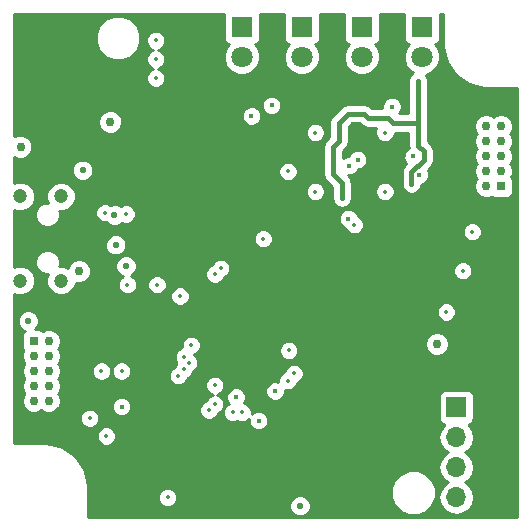
<source format=gbr>
%TF.GenerationSoftware,KiCad,Pcbnew,4.0.7-e2-6376~61~ubuntu18.04.1*%
%TF.CreationDate,2018-07-16T23:03:50+02:00*%
%TF.ProjectId,blackBoxProbe,626C61636B426F7850726F62652E6B69,rev?*%
%TF.FileFunction,Copper,L3,Inr,Signal*%
%FSLAX46Y46*%
G04 Gerber Fmt 4.6, Leading zero omitted, Abs format (unit mm)*
G04 Created by KiCad (PCBNEW 4.0.7-e2-6376~61~ubuntu18.04.1) date Mon Jul 16 23:03:50 2018*
%MOMM*%
%LPD*%
G01*
G04 APERTURE LIST*
%ADD10C,0.150000*%
%ADD11C,1.200000*%
%ADD12R,1.700000X1.700000*%
%ADD13O,1.700000X1.700000*%
%ADD14R,1.800000X1.800000*%
%ADD15C,1.800000*%
%ADD16R,0.750000X0.750000*%
%ADD17C,0.750000*%
%ADD18C,0.550000*%
%ADD19C,0.355600*%
%ADD20C,0.381000*%
%ADD21C,0.400000*%
%ADD22C,0.254000*%
G04 APERTURE END LIST*
D10*
D11*
X18975000Y-167395000D03*
X18975000Y-174545000D03*
X15525000Y-167395000D03*
X15525000Y-174545000D03*
D12*
X52450000Y-185260000D03*
D13*
X52450000Y-187800000D03*
X52450000Y-190340000D03*
X52450000Y-192880000D03*
D14*
X34290000Y-153035000D03*
D15*
X34290000Y-155575000D03*
D14*
X39370000Y-153035000D03*
D15*
X39370000Y-155575000D03*
D14*
X44450000Y-153035000D03*
D15*
X44450000Y-155575000D03*
D14*
X49530000Y-153035000D03*
D15*
X49530000Y-155575000D03*
D16*
X16665000Y-179660000D03*
D17*
X17935000Y-179660000D03*
X16665000Y-180930000D03*
X17935000Y-180930000D03*
X16665000Y-182200000D03*
X17935000Y-182200000D03*
X16665000Y-183470000D03*
X17935000Y-183470000D03*
X16665000Y-184740000D03*
X17935000Y-184740000D03*
D16*
X56235000Y-166540000D03*
D17*
X54965000Y-166540000D03*
X56235000Y-165270000D03*
X54965000Y-165270000D03*
X56235000Y-164000000D03*
X54965000Y-164000000D03*
X56235000Y-162730000D03*
X54965000Y-162730000D03*
X56235000Y-161460000D03*
X54965000Y-161460000D03*
D18*
X23500000Y-169000000D03*
X20800000Y-165200000D03*
X24500000Y-173300000D03*
D19*
X38250000Y-180450000D03*
X24600000Y-174900000D03*
X38200000Y-165300000D03*
D20*
X47000000Y-159800000D03*
D17*
X50800000Y-179900000D03*
D19*
X53800000Y-170400000D03*
X46400000Y-162000000D03*
X40500000Y-167000000D03*
X46400000Y-167000000D03*
X40500000Y-162000000D03*
X22800000Y-187700000D03*
X28000000Y-192900000D03*
X24500000Y-168900000D03*
D18*
X39200000Y-193600000D03*
D19*
X29050000Y-175850000D03*
D18*
X23600000Y-171500000D03*
D20*
X24100000Y-185200000D03*
D17*
X15550000Y-163200000D03*
X23150000Y-161100000D03*
D18*
X16210000Y-177935000D03*
D17*
X20500000Y-173750000D03*
D19*
X38250000Y-178950000D03*
X52000000Y-174200000D03*
X41200000Y-170300000D03*
X47000000Y-165300000D03*
X44500000Y-158200000D03*
D20*
X44150000Y-166350000D03*
D17*
X55200000Y-179900000D03*
D19*
X38250000Y-161250000D03*
X38250000Y-166250000D03*
X44150000Y-161250000D03*
X19000000Y-187000000D03*
D17*
X24300000Y-157800000D03*
D19*
X25100000Y-181900000D03*
X43750000Y-193750000D03*
D18*
X39200000Y-192000000D03*
D19*
X27550000Y-175850000D03*
D20*
X24100000Y-186200000D03*
D19*
X53000000Y-173700000D03*
X38200000Y-183000000D03*
D20*
X36800000Y-159700000D03*
D19*
X34300000Y-185700000D03*
D20*
X35100000Y-160600000D03*
D19*
X32000000Y-183400000D03*
X51600000Y-177200000D03*
X38700000Y-182400000D03*
X28900000Y-182600000D03*
X22700000Y-168800000D03*
X22400000Y-182200000D03*
X24100000Y-182200000D03*
X21400000Y-186200000D03*
X31500000Y-185500000D03*
X27100000Y-174900000D03*
X30000000Y-180000000D03*
D20*
X49300000Y-165600000D03*
X48800000Y-164000000D03*
D19*
X27000000Y-154200000D03*
X29400000Y-182000000D03*
X27000000Y-155800000D03*
X29800000Y-181500000D03*
X27000000Y-157400000D03*
X29400000Y-181000000D03*
X33500000Y-185700000D03*
X32500000Y-173500000D03*
X32000000Y-185000000D03*
X32000000Y-174000000D03*
D20*
X44100000Y-164300000D03*
X33800000Y-184400000D03*
X43300000Y-169300000D03*
X37100000Y-183900000D03*
D19*
X36100000Y-171000000D03*
X43800000Y-169800000D03*
D20*
X43400000Y-164800000D03*
X35700000Y-186400000D03*
X48650000Y-166350000D03*
D19*
X42500000Y-161200000D03*
X48400000Y-161200000D03*
X42750000Y-166250000D03*
X49200000Y-157600000D03*
D21*
X42750000Y-166250000D02*
X42000000Y-165500000D01*
X42000000Y-165500000D02*
X42000000Y-163200000D01*
X42000000Y-163200000D02*
X42500000Y-162700000D01*
X42500000Y-162700000D02*
X42500000Y-161200000D01*
X44600000Y-160400000D02*
X43300000Y-160400000D01*
X43300000Y-160400000D02*
X42500000Y-161200000D01*
X45000000Y-160800000D02*
X44600000Y-160400000D01*
X46700000Y-160800000D02*
X45000000Y-160800000D01*
X47100000Y-161200000D02*
X46700000Y-160800000D01*
X48400000Y-161200000D02*
X47100000Y-161200000D01*
X49200000Y-161200000D02*
X49200000Y-163100000D01*
X49200000Y-157600000D02*
X49200000Y-161200000D01*
X49200000Y-161200000D02*
X48400000Y-161200000D01*
X49700000Y-164300000D02*
X48650000Y-165350000D01*
X48650000Y-165350000D02*
X48650000Y-166350000D01*
X49700000Y-163600000D02*
X49700000Y-164300000D01*
X49200000Y-163100000D02*
X49700000Y-163600000D01*
X42750000Y-166250000D02*
X42750000Y-167550000D01*
D22*
G36*
X32742560Y-152135000D02*
X32742560Y-153935000D01*
X32786838Y-154170317D01*
X32925910Y-154386441D01*
X33138110Y-154531431D01*
X33158534Y-154535567D01*
X32989449Y-154704357D01*
X32755267Y-155268330D01*
X32754735Y-155878991D01*
X32987932Y-156443371D01*
X33419357Y-156875551D01*
X33983330Y-157109733D01*
X34593991Y-157110265D01*
X35158371Y-156877068D01*
X35590551Y-156445643D01*
X35824733Y-155881670D01*
X35825265Y-155271009D01*
X35592068Y-154706629D01*
X35424120Y-154538387D01*
X35425317Y-154538162D01*
X35641441Y-154399090D01*
X35786431Y-154186890D01*
X35837440Y-153935000D01*
X35837440Y-152135000D01*
X35804511Y-151960000D01*
X37857998Y-151960000D01*
X37822560Y-152135000D01*
X37822560Y-153935000D01*
X37866838Y-154170317D01*
X38005910Y-154386441D01*
X38218110Y-154531431D01*
X38238534Y-154535567D01*
X38069449Y-154704357D01*
X37835267Y-155268330D01*
X37834735Y-155878991D01*
X38067932Y-156443371D01*
X38499357Y-156875551D01*
X39063330Y-157109733D01*
X39673991Y-157110265D01*
X40238371Y-156877068D01*
X40670551Y-156445643D01*
X40904733Y-155881670D01*
X40905265Y-155271009D01*
X40672068Y-154706629D01*
X40504120Y-154538387D01*
X40505317Y-154538162D01*
X40721441Y-154399090D01*
X40866431Y-154186890D01*
X40917440Y-153935000D01*
X40917440Y-152135000D01*
X40884511Y-151960000D01*
X42937998Y-151960000D01*
X42902560Y-152135000D01*
X42902560Y-153935000D01*
X42946838Y-154170317D01*
X43085910Y-154386441D01*
X43298110Y-154531431D01*
X43318534Y-154535567D01*
X43149449Y-154704357D01*
X42915267Y-155268330D01*
X42914735Y-155878991D01*
X43147932Y-156443371D01*
X43579357Y-156875551D01*
X44143330Y-157109733D01*
X44753991Y-157110265D01*
X45318371Y-156877068D01*
X45750551Y-156445643D01*
X45984733Y-155881670D01*
X45985265Y-155271009D01*
X45752068Y-154706629D01*
X45584120Y-154538387D01*
X45585317Y-154538162D01*
X45801441Y-154399090D01*
X45946431Y-154186890D01*
X45997440Y-153935000D01*
X45997440Y-152135000D01*
X45964511Y-151960000D01*
X48017998Y-151960000D01*
X47982560Y-152135000D01*
X47982560Y-153935000D01*
X48026838Y-154170317D01*
X48165910Y-154386441D01*
X48378110Y-154531431D01*
X48398534Y-154535567D01*
X48229449Y-154704357D01*
X47995267Y-155268330D01*
X47994735Y-155878991D01*
X48227932Y-156443371D01*
X48659357Y-156875551D01*
X48741908Y-156909829D01*
X48740187Y-156910540D01*
X48704596Y-156946069D01*
X48609566Y-157009566D01*
X48546625Y-157103763D01*
X48511343Y-157138984D01*
X48492056Y-157185431D01*
X48428561Y-157280459D01*
X48406459Y-157391574D01*
X48387341Y-157437615D01*
X48387297Y-157487905D01*
X48365000Y-157600000D01*
X48365000Y-160365000D01*
X47602467Y-160365000D01*
X47699417Y-160268219D01*
X47825357Y-159964923D01*
X47825643Y-159636518D01*
X47700233Y-159333002D01*
X47468219Y-159100583D01*
X47164923Y-158974643D01*
X46836518Y-158974357D01*
X46533002Y-159099767D01*
X46300583Y-159331781D01*
X46174643Y-159635077D01*
X46174357Y-159963482D01*
X46174984Y-159965000D01*
X45345868Y-159965000D01*
X45190434Y-159809566D01*
X44931449Y-159636518D01*
X44919541Y-159628561D01*
X44600000Y-159565000D01*
X43300000Y-159565000D01*
X42980459Y-159628561D01*
X42968551Y-159636518D01*
X42709566Y-159809566D01*
X41909566Y-160609566D01*
X41846625Y-160703763D01*
X41811343Y-160738984D01*
X41792056Y-160785431D01*
X41728561Y-160880459D01*
X41706459Y-160991574D01*
X41687341Y-161037615D01*
X41687297Y-161087905D01*
X41665000Y-161200000D01*
X41665000Y-162354132D01*
X41409566Y-162609566D01*
X41228561Y-162880459D01*
X41165000Y-163200000D01*
X41165000Y-165500000D01*
X41228561Y-165819541D01*
X41393907Y-166066998D01*
X41409566Y-166090434D01*
X41915000Y-166595868D01*
X41915000Y-167550000D01*
X41978561Y-167869541D01*
X42159566Y-168140434D01*
X42430459Y-168321439D01*
X42750000Y-168385000D01*
X43069541Y-168321439D01*
X43340434Y-168140434D01*
X43521439Y-167869541D01*
X43585000Y-167550000D01*
X43585000Y-167160967D01*
X45587059Y-167160967D01*
X45710540Y-167459813D01*
X45938984Y-167688657D01*
X46237615Y-167812659D01*
X46560967Y-167812941D01*
X46859813Y-167689460D01*
X47088657Y-167461016D01*
X47212659Y-167162385D01*
X47212941Y-166839033D01*
X47089460Y-166540187D01*
X46861016Y-166311343D01*
X46562385Y-166187341D01*
X46239033Y-166187059D01*
X45940187Y-166310540D01*
X45711343Y-166538984D01*
X45587341Y-166837615D01*
X45587059Y-167160967D01*
X43585000Y-167160967D01*
X43585000Y-166250000D01*
X43562898Y-166138884D01*
X43562941Y-166089033D01*
X43543736Y-166042554D01*
X43521439Y-165930459D01*
X43458497Y-165836259D01*
X43439460Y-165790187D01*
X43403931Y-165754596D01*
X43340434Y-165659566D01*
X43306287Y-165625419D01*
X43563482Y-165625643D01*
X43866998Y-165500233D01*
X44099417Y-165268219D01*
X44158658Y-165125552D01*
X44263482Y-165125643D01*
X44566998Y-165000233D01*
X44799417Y-164768219D01*
X44925357Y-164464923D01*
X44925643Y-164136518D01*
X44800233Y-163833002D01*
X44568219Y-163600583D01*
X44264923Y-163474643D01*
X43936518Y-163474357D01*
X43633002Y-163599767D01*
X43400583Y-163831781D01*
X43341342Y-163974448D01*
X43236518Y-163974357D01*
X42933002Y-164099767D01*
X42835000Y-164197598D01*
X42835000Y-163545868D01*
X43090434Y-163290434D01*
X43271440Y-163019540D01*
X43335000Y-162700000D01*
X43335000Y-161545868D01*
X43645868Y-161235000D01*
X44254132Y-161235000D01*
X44409566Y-161390434D01*
X44680459Y-161571439D01*
X45000000Y-161635000D01*
X45671474Y-161635000D01*
X45587341Y-161837615D01*
X45587059Y-162160967D01*
X45710540Y-162459813D01*
X45938984Y-162688657D01*
X46237615Y-162812659D01*
X46560967Y-162812941D01*
X46859813Y-162689460D01*
X47088657Y-162461016D01*
X47212659Y-162162385D01*
X47212770Y-162035000D01*
X48365000Y-162035000D01*
X48365000Y-163100000D01*
X48399288Y-163272378D01*
X48333002Y-163299767D01*
X48100583Y-163531781D01*
X47974643Y-163835077D01*
X47974357Y-164163482D01*
X48099767Y-164466998D01*
X48225840Y-164593292D01*
X48059566Y-164759566D01*
X47878561Y-165030459D01*
X47815000Y-165350000D01*
X47815000Y-166350000D01*
X47824458Y-166397548D01*
X47824357Y-166513482D01*
X47869020Y-166621574D01*
X47878561Y-166669541D01*
X47905494Y-166709849D01*
X47949767Y-166816998D01*
X48032396Y-166899771D01*
X48059566Y-166940434D01*
X48099874Y-166967367D01*
X48181781Y-167049417D01*
X48289796Y-167094269D01*
X48330459Y-167121439D01*
X48378005Y-167130896D01*
X48485077Y-167175357D01*
X48602034Y-167175459D01*
X48650000Y-167185000D01*
X48697548Y-167175542D01*
X48813482Y-167175643D01*
X48921574Y-167130980D01*
X48969541Y-167121439D01*
X49009849Y-167094506D01*
X49116998Y-167050233D01*
X49199771Y-166967604D01*
X49240434Y-166940434D01*
X49267367Y-166900126D01*
X49349417Y-166818219D01*
X49394269Y-166710204D01*
X49421439Y-166669541D01*
X49430896Y-166621995D01*
X49475357Y-166514923D01*
X49475439Y-166420702D01*
X49766998Y-166300233D01*
X49999417Y-166068219D01*
X50125357Y-165764923D01*
X50125643Y-165436518D01*
X50014160Y-165166708D01*
X50290434Y-164890434D01*
X50417522Y-164700233D01*
X50471439Y-164619541D01*
X50535000Y-164300000D01*
X50535000Y-163600000D01*
X50520790Y-163528561D01*
X50471440Y-163280460D01*
X50290434Y-163009566D01*
X50035000Y-162754132D01*
X50035000Y-161660020D01*
X53954825Y-161660020D01*
X54108264Y-162031372D01*
X54171644Y-162094862D01*
X54109263Y-162157134D01*
X53955176Y-162528217D01*
X53954825Y-162930020D01*
X54108264Y-163301372D01*
X54171644Y-163364862D01*
X54109263Y-163427134D01*
X53955176Y-163798217D01*
X53954825Y-164200020D01*
X54108264Y-164571372D01*
X54171644Y-164634862D01*
X54109263Y-164697134D01*
X53955176Y-165068217D01*
X53954825Y-165470020D01*
X54108264Y-165841372D01*
X54171644Y-165904862D01*
X54109263Y-165967134D01*
X53955176Y-166338217D01*
X53954825Y-166740020D01*
X54108264Y-167111372D01*
X54392134Y-167395737D01*
X54763217Y-167549824D01*
X55165020Y-167550175D01*
X55476472Y-167421486D01*
X55608110Y-167511431D01*
X55860000Y-167562440D01*
X56610000Y-167562440D01*
X56845317Y-167518162D01*
X57061441Y-167379090D01*
X57206431Y-167166890D01*
X57257440Y-166915000D01*
X57257440Y-166165000D01*
X57213162Y-165929683D01*
X57116842Y-165779998D01*
X57244824Y-165471783D01*
X57245175Y-165069980D01*
X57091736Y-164698628D01*
X57028356Y-164635138D01*
X57090737Y-164572866D01*
X57244824Y-164201783D01*
X57245175Y-163799980D01*
X57091736Y-163428628D01*
X57028356Y-163365138D01*
X57090737Y-163302866D01*
X57244824Y-162931783D01*
X57245175Y-162529980D01*
X57091736Y-162158628D01*
X57028356Y-162095138D01*
X57090737Y-162032866D01*
X57244824Y-161661783D01*
X57245175Y-161259980D01*
X57091736Y-160888628D01*
X56807866Y-160604263D01*
X56436783Y-160450176D01*
X56034980Y-160449825D01*
X55663628Y-160603264D01*
X55600138Y-160666644D01*
X55537866Y-160604263D01*
X55166783Y-160450176D01*
X54764980Y-160449825D01*
X54393628Y-160603264D01*
X54109263Y-160887134D01*
X53955176Y-161258217D01*
X53954825Y-161660020D01*
X50035000Y-161660020D01*
X50035000Y-157600000D01*
X50012898Y-157488884D01*
X50012941Y-157439033D01*
X49993736Y-157392554D01*
X49971439Y-157280459D01*
X49908497Y-157186259D01*
X49889460Y-157140187D01*
X49853931Y-157104596D01*
X49852585Y-157102582D01*
X50398371Y-156877068D01*
X50830551Y-156445643D01*
X51064733Y-155881670D01*
X51065265Y-155271009D01*
X50832068Y-154706629D01*
X50664120Y-154538387D01*
X50665317Y-154538162D01*
X50881441Y-154399090D01*
X51026431Y-154186890D01*
X51077440Y-153935000D01*
X51077440Y-152135000D01*
X51044511Y-151960000D01*
X51340000Y-151960000D01*
X51340000Y-154500000D01*
X51353642Y-154568584D01*
X51353642Y-154638514D01*
X51582003Y-155786564D01*
X51654244Y-155960967D01*
X51688018Y-156042505D01*
X52338337Y-157015775D01*
X52534225Y-157211663D01*
X53507495Y-157861982D01*
X53585889Y-157894454D01*
X53763436Y-157967997D01*
X54911487Y-158196358D01*
X54981416Y-158196358D01*
X55050000Y-158210000D01*
X57590000Y-158210000D01*
X57590000Y-194540000D01*
X21260000Y-194540000D01*
X21260000Y-193780216D01*
X38289842Y-193780216D01*
X38428090Y-194114800D01*
X38683853Y-194371011D01*
X39018196Y-194509842D01*
X39380216Y-194510158D01*
X39714800Y-194371910D01*
X39971011Y-194116147D01*
X40109842Y-193781804D01*
X40110158Y-193419784D01*
X39971910Y-193085200D01*
X39760386Y-192873305D01*
X46914674Y-192873305D01*
X47201043Y-193566372D01*
X47730839Y-194097093D01*
X48423405Y-194384672D01*
X49173305Y-194385326D01*
X49866372Y-194098957D01*
X50397093Y-193569161D01*
X50684672Y-192876595D01*
X50685326Y-192126695D01*
X50398957Y-191433628D01*
X49869161Y-190902907D01*
X49176595Y-190615328D01*
X48426695Y-190614674D01*
X47733628Y-190901043D01*
X47202907Y-191430839D01*
X46915328Y-192123405D01*
X46914674Y-192873305D01*
X39760386Y-192873305D01*
X39716147Y-192828989D01*
X39381804Y-192690158D01*
X39019784Y-192689842D01*
X38685200Y-192828090D01*
X38428989Y-193083853D01*
X38290158Y-193418196D01*
X38289842Y-193780216D01*
X21260000Y-193780216D01*
X21260000Y-193060967D01*
X27187059Y-193060967D01*
X27310540Y-193359813D01*
X27538984Y-193588657D01*
X27837615Y-193712659D01*
X28160967Y-193712941D01*
X28459813Y-193589460D01*
X28688657Y-193361016D01*
X28812659Y-193062385D01*
X28812941Y-192739033D01*
X28689460Y-192440187D01*
X28461016Y-192211343D01*
X28162385Y-192087341D01*
X27839033Y-192087059D01*
X27540187Y-192210540D01*
X27311343Y-192438984D01*
X27187341Y-192737615D01*
X27187059Y-193060967D01*
X21260000Y-193060967D01*
X21260000Y-192000000D01*
X21246358Y-191931416D01*
X21246358Y-191861487D01*
X21017997Y-190713436D01*
X20911982Y-190457496D01*
X20911982Y-190457495D01*
X20261663Y-189484225D01*
X20065775Y-189288337D01*
X19092505Y-188638018D01*
X18836564Y-188532003D01*
X17688514Y-188303642D01*
X17618584Y-188303642D01*
X17550000Y-188290000D01*
X15010000Y-188290000D01*
X15010000Y-187860967D01*
X21987059Y-187860967D01*
X22110540Y-188159813D01*
X22338984Y-188388657D01*
X22637615Y-188512659D01*
X22960967Y-188512941D01*
X23259813Y-188389460D01*
X23488657Y-188161016D01*
X23612659Y-187862385D01*
X23612713Y-187800000D01*
X50935907Y-187800000D01*
X51048946Y-188368285D01*
X51370853Y-188850054D01*
X51700026Y-189070000D01*
X51370853Y-189289946D01*
X51048946Y-189771715D01*
X50935907Y-190340000D01*
X51048946Y-190908285D01*
X51370853Y-191390054D01*
X51700026Y-191610000D01*
X51370853Y-191829946D01*
X51048946Y-192311715D01*
X50935907Y-192880000D01*
X51048946Y-193448285D01*
X51370853Y-193930054D01*
X51852622Y-194251961D01*
X52420907Y-194365000D01*
X52479093Y-194365000D01*
X53047378Y-194251961D01*
X53529147Y-193930054D01*
X53851054Y-193448285D01*
X53964093Y-192880000D01*
X53851054Y-192311715D01*
X53529147Y-191829946D01*
X53199974Y-191610000D01*
X53529147Y-191390054D01*
X53851054Y-190908285D01*
X53964093Y-190340000D01*
X53851054Y-189771715D01*
X53529147Y-189289946D01*
X53199974Y-189070000D01*
X53529147Y-188850054D01*
X53851054Y-188368285D01*
X53964093Y-187800000D01*
X53851054Y-187231715D01*
X53529147Y-186749946D01*
X53487548Y-186722150D01*
X53535317Y-186713162D01*
X53751441Y-186574090D01*
X53896431Y-186361890D01*
X53947440Y-186110000D01*
X53947440Y-184410000D01*
X53903162Y-184174683D01*
X53764090Y-183958559D01*
X53551890Y-183813569D01*
X53300000Y-183762560D01*
X51600000Y-183762560D01*
X51364683Y-183806838D01*
X51148559Y-183945910D01*
X51003569Y-184158110D01*
X50952560Y-184410000D01*
X50952560Y-186110000D01*
X50996838Y-186345317D01*
X51135910Y-186561441D01*
X51348110Y-186706431D01*
X51415541Y-186720086D01*
X51370853Y-186749946D01*
X51048946Y-187231715D01*
X50935907Y-187800000D01*
X23612713Y-187800000D01*
X23612941Y-187539033D01*
X23489460Y-187240187D01*
X23261016Y-187011343D01*
X22962385Y-186887341D01*
X22639033Y-186887059D01*
X22340187Y-187010540D01*
X22111343Y-187238984D01*
X21987341Y-187537615D01*
X21987059Y-187860967D01*
X15010000Y-187860967D01*
X15010000Y-186360967D01*
X20587059Y-186360967D01*
X20710540Y-186659813D01*
X20938984Y-186888657D01*
X21237615Y-187012659D01*
X21560967Y-187012941D01*
X21859813Y-186889460D01*
X22088657Y-186661016D01*
X22212659Y-186362385D01*
X22212941Y-186039033D01*
X22089460Y-185740187D01*
X21861016Y-185511343D01*
X21562385Y-185387341D01*
X21239033Y-185387059D01*
X20940187Y-185510540D01*
X20711343Y-185738984D01*
X20587341Y-186037615D01*
X20587059Y-186360967D01*
X15010000Y-186360967D01*
X15010000Y-178115216D01*
X15299842Y-178115216D01*
X15438090Y-178449800D01*
X15693853Y-178706011D01*
X15890331Y-178787596D01*
X15838559Y-178820910D01*
X15693569Y-179033110D01*
X15642560Y-179285000D01*
X15642560Y-180035000D01*
X15686838Y-180270317D01*
X15783158Y-180420002D01*
X15655176Y-180728217D01*
X15654825Y-181130020D01*
X15808264Y-181501372D01*
X15871644Y-181564862D01*
X15809263Y-181627134D01*
X15655176Y-181998217D01*
X15654825Y-182400020D01*
X15808264Y-182771372D01*
X15871644Y-182834862D01*
X15809263Y-182897134D01*
X15655176Y-183268217D01*
X15654825Y-183670020D01*
X15808264Y-184041372D01*
X15871644Y-184104862D01*
X15809263Y-184167134D01*
X15655176Y-184538217D01*
X15654825Y-184940020D01*
X15808264Y-185311372D01*
X16092134Y-185595737D01*
X16463217Y-185749824D01*
X16865020Y-185750175D01*
X17236372Y-185596736D01*
X17299862Y-185533356D01*
X17362134Y-185595737D01*
X17733217Y-185749824D01*
X18135020Y-185750175D01*
X18506372Y-185596736D01*
X18740032Y-185363482D01*
X23274357Y-185363482D01*
X23399767Y-185666998D01*
X23631781Y-185899417D01*
X23935077Y-186025357D01*
X24263482Y-186025643D01*
X24566998Y-185900233D01*
X24799417Y-185668219D01*
X24802428Y-185660967D01*
X30687059Y-185660967D01*
X30810540Y-185959813D01*
X31038984Y-186188657D01*
X31337615Y-186312659D01*
X31660967Y-186312941D01*
X31959813Y-186189460D01*
X32188657Y-185961016D01*
X32230200Y-185860967D01*
X32687059Y-185860967D01*
X32810540Y-186159813D01*
X33038984Y-186388657D01*
X33337615Y-186512659D01*
X33660967Y-186512941D01*
X33900219Y-186414084D01*
X34137615Y-186512659D01*
X34460967Y-186512941D01*
X34759813Y-186389460D01*
X34874608Y-186274865D01*
X34874357Y-186563482D01*
X34999767Y-186866998D01*
X35231781Y-187099417D01*
X35535077Y-187225357D01*
X35863482Y-187225643D01*
X36166998Y-187100233D01*
X36399417Y-186868219D01*
X36525357Y-186564923D01*
X36525643Y-186236518D01*
X36400233Y-185933002D01*
X36168219Y-185700583D01*
X35864923Y-185574643D01*
X35536518Y-185574357D01*
X35233002Y-185699767D01*
X35112696Y-185819863D01*
X35112941Y-185539033D01*
X34989460Y-185240187D01*
X34761016Y-185011343D01*
X34475010Y-184892583D01*
X34499417Y-184868219D01*
X34625357Y-184564923D01*
X34625643Y-184236518D01*
X34554147Y-184063482D01*
X36274357Y-184063482D01*
X36399767Y-184366998D01*
X36631781Y-184599417D01*
X36935077Y-184725357D01*
X37263482Y-184725643D01*
X37566998Y-184600233D01*
X37799417Y-184368219D01*
X37925357Y-184064923D01*
X37925617Y-183766154D01*
X38037615Y-183812659D01*
X38360967Y-183812941D01*
X38659813Y-183689460D01*
X38888657Y-183461016D01*
X39012659Y-183162385D01*
X39012670Y-183150259D01*
X39159813Y-183089460D01*
X39388657Y-182861016D01*
X39512659Y-182562385D01*
X39512941Y-182239033D01*
X39389460Y-181940187D01*
X39161016Y-181711343D01*
X38862385Y-181587341D01*
X38539033Y-181587059D01*
X38240187Y-181710540D01*
X38011343Y-181938984D01*
X37887341Y-182237615D01*
X37887330Y-182249741D01*
X37740187Y-182310540D01*
X37511343Y-182538984D01*
X37387341Y-182837615D01*
X37387090Y-183125371D01*
X37264923Y-183074643D01*
X36936518Y-183074357D01*
X36633002Y-183199767D01*
X36400583Y-183431781D01*
X36274643Y-183735077D01*
X36274357Y-184063482D01*
X34554147Y-184063482D01*
X34500233Y-183933002D01*
X34268219Y-183700583D01*
X33964923Y-183574643D01*
X33636518Y-183574357D01*
X33333002Y-183699767D01*
X33100583Y-183931781D01*
X32974643Y-184235077D01*
X32974357Y-184563482D01*
X33099767Y-184866998D01*
X33183816Y-184951194D01*
X33040187Y-185010540D01*
X32811343Y-185238984D01*
X32687341Y-185537615D01*
X32687059Y-185860967D01*
X32230200Y-185860967D01*
X32268612Y-185768463D01*
X32459813Y-185689460D01*
X32688657Y-185461016D01*
X32812659Y-185162385D01*
X32812941Y-184839033D01*
X32689460Y-184540187D01*
X32461016Y-184311343D01*
X32192580Y-184199879D01*
X32459813Y-184089460D01*
X32688657Y-183861016D01*
X32812659Y-183562385D01*
X32812941Y-183239033D01*
X32689460Y-182940187D01*
X32461016Y-182711343D01*
X32162385Y-182587341D01*
X31839033Y-182587059D01*
X31540187Y-182710540D01*
X31311343Y-182938984D01*
X31187341Y-183237615D01*
X31187059Y-183560967D01*
X31310540Y-183859813D01*
X31538984Y-184088657D01*
X31807420Y-184200121D01*
X31540187Y-184310540D01*
X31311343Y-184538984D01*
X31231388Y-184731537D01*
X31040187Y-184810540D01*
X30811343Y-185038984D01*
X30687341Y-185337615D01*
X30687059Y-185660967D01*
X24802428Y-185660967D01*
X24925357Y-185364923D01*
X24925643Y-185036518D01*
X24800233Y-184733002D01*
X24568219Y-184500583D01*
X24264923Y-184374643D01*
X23936518Y-184374357D01*
X23633002Y-184499767D01*
X23400583Y-184731781D01*
X23274643Y-185035077D01*
X23274357Y-185363482D01*
X18740032Y-185363482D01*
X18790737Y-185312866D01*
X18944824Y-184941783D01*
X18945175Y-184539980D01*
X18791736Y-184168628D01*
X18728356Y-184105138D01*
X18790737Y-184042866D01*
X18944824Y-183671783D01*
X18945175Y-183269980D01*
X18791736Y-182898628D01*
X18728356Y-182835138D01*
X18790737Y-182772866D01*
X18944824Y-182401783D01*
X18944859Y-182360967D01*
X21587059Y-182360967D01*
X21710540Y-182659813D01*
X21938984Y-182888657D01*
X22237615Y-183012659D01*
X22560967Y-183012941D01*
X22859813Y-182889460D01*
X23088657Y-182661016D01*
X23212659Y-182362385D01*
X23212660Y-182360967D01*
X23287059Y-182360967D01*
X23410540Y-182659813D01*
X23638984Y-182888657D01*
X23937615Y-183012659D01*
X24260967Y-183012941D01*
X24559813Y-182889460D01*
X24688530Y-182760967D01*
X28087059Y-182760967D01*
X28210540Y-183059813D01*
X28438984Y-183288657D01*
X28737615Y-183412659D01*
X29060967Y-183412941D01*
X29359813Y-183289460D01*
X29588657Y-183061016D01*
X29712659Y-182762385D01*
X29712670Y-182750259D01*
X29859813Y-182689460D01*
X30088657Y-182461016D01*
X30189322Y-182218586D01*
X30259813Y-182189460D01*
X30488657Y-181961016D01*
X30612659Y-181662385D01*
X30612941Y-181339033D01*
X30489460Y-181040187D01*
X30261016Y-180811343D01*
X30213044Y-180791423D01*
X30459813Y-180689460D01*
X30538443Y-180610967D01*
X37437059Y-180610967D01*
X37560540Y-180909813D01*
X37788984Y-181138657D01*
X38087615Y-181262659D01*
X38410967Y-181262941D01*
X38709813Y-181139460D01*
X38938657Y-180911016D01*
X39062659Y-180612385D01*
X39062941Y-180289033D01*
X38984843Y-180100020D01*
X49789825Y-180100020D01*
X49943264Y-180471372D01*
X50227134Y-180755737D01*
X50598217Y-180909824D01*
X51000020Y-180910175D01*
X51371372Y-180756736D01*
X51655737Y-180472866D01*
X51809824Y-180101783D01*
X51810175Y-179699980D01*
X51656736Y-179328628D01*
X51372866Y-179044263D01*
X51001783Y-178890176D01*
X50599980Y-178889825D01*
X50228628Y-179043264D01*
X49944263Y-179327134D01*
X49790176Y-179698217D01*
X49789825Y-180100020D01*
X38984843Y-180100020D01*
X38939460Y-179990187D01*
X38711016Y-179761343D01*
X38412385Y-179637341D01*
X38089033Y-179637059D01*
X37790187Y-179760540D01*
X37561343Y-179988984D01*
X37437341Y-180287615D01*
X37437059Y-180610967D01*
X30538443Y-180610967D01*
X30688657Y-180461016D01*
X30812659Y-180162385D01*
X30812941Y-179839033D01*
X30689460Y-179540187D01*
X30461016Y-179311343D01*
X30162385Y-179187341D01*
X29839033Y-179187059D01*
X29540187Y-179310540D01*
X29311343Y-179538984D01*
X29187341Y-179837615D01*
X29187059Y-180160967D01*
X29203847Y-180201598D01*
X28940187Y-180310540D01*
X28711343Y-180538984D01*
X28587341Y-180837615D01*
X28587059Y-181160967D01*
X28710540Y-181459813D01*
X28750526Y-181499869D01*
X28711343Y-181538984D01*
X28587341Y-181837615D01*
X28587330Y-181849741D01*
X28440187Y-181910540D01*
X28211343Y-182138984D01*
X28087341Y-182437615D01*
X28087059Y-182760967D01*
X24688530Y-182760967D01*
X24788657Y-182661016D01*
X24912659Y-182362385D01*
X24912941Y-182039033D01*
X24789460Y-181740187D01*
X24561016Y-181511343D01*
X24262385Y-181387341D01*
X23939033Y-181387059D01*
X23640187Y-181510540D01*
X23411343Y-181738984D01*
X23287341Y-182037615D01*
X23287059Y-182360967D01*
X23212660Y-182360967D01*
X23212941Y-182039033D01*
X23089460Y-181740187D01*
X22861016Y-181511343D01*
X22562385Y-181387341D01*
X22239033Y-181387059D01*
X21940187Y-181510540D01*
X21711343Y-181738984D01*
X21587341Y-182037615D01*
X21587059Y-182360967D01*
X18944859Y-182360967D01*
X18945175Y-181999980D01*
X18791736Y-181628628D01*
X18728356Y-181565138D01*
X18790737Y-181502866D01*
X18944824Y-181131783D01*
X18945175Y-180729980D01*
X18791736Y-180358628D01*
X18728356Y-180295138D01*
X18790737Y-180232866D01*
X18944824Y-179861783D01*
X18945175Y-179459980D01*
X18791736Y-179088628D01*
X18507866Y-178804263D01*
X18136783Y-178650176D01*
X17734980Y-178649825D01*
X17423528Y-178778514D01*
X17291890Y-178688569D01*
X17040000Y-178637560D01*
X16794271Y-178637560D01*
X16981011Y-178451147D01*
X17119842Y-178116804D01*
X17120158Y-177754784D01*
X16981910Y-177420200D01*
X16922781Y-177360967D01*
X50787059Y-177360967D01*
X50910540Y-177659813D01*
X51138984Y-177888657D01*
X51437615Y-178012659D01*
X51760967Y-178012941D01*
X52059813Y-177889460D01*
X52288657Y-177661016D01*
X52412659Y-177362385D01*
X52412941Y-177039033D01*
X52289460Y-176740187D01*
X52061016Y-176511343D01*
X51762385Y-176387341D01*
X51439033Y-176387059D01*
X51140187Y-176510540D01*
X50911343Y-176738984D01*
X50787341Y-177037615D01*
X50787059Y-177360967D01*
X16922781Y-177360967D01*
X16726147Y-177163989D01*
X16391804Y-177025158D01*
X16029784Y-177024842D01*
X15695200Y-177163090D01*
X15438989Y-177418853D01*
X15300158Y-177753196D01*
X15299842Y-178115216D01*
X15010000Y-178115216D01*
X15010000Y-176010967D01*
X28237059Y-176010967D01*
X28360540Y-176309813D01*
X28588984Y-176538657D01*
X28887615Y-176662659D01*
X29210967Y-176662941D01*
X29509813Y-176539460D01*
X29738657Y-176311016D01*
X29862659Y-176012385D01*
X29862941Y-175689033D01*
X29739460Y-175390187D01*
X29511016Y-175161343D01*
X29212385Y-175037341D01*
X28889033Y-175037059D01*
X28590187Y-175160540D01*
X28361343Y-175388984D01*
X28237341Y-175687615D01*
X28237059Y-176010967D01*
X15010000Y-176010967D01*
X15010000Y-175668391D01*
X15278266Y-175779785D01*
X15769579Y-175780214D01*
X16223657Y-175592592D01*
X16571371Y-175245485D01*
X16759785Y-174791734D01*
X16760214Y-174300421D01*
X16572592Y-173846343D01*
X16225485Y-173498629D01*
X15771734Y-173310215D01*
X15280421Y-173309786D01*
X15010000Y-173421522D01*
X15010000Y-173174971D01*
X16789821Y-173174971D01*
X16947058Y-173555515D01*
X17237954Y-173846919D01*
X17618223Y-174004820D01*
X17861976Y-174005033D01*
X17740215Y-174298266D01*
X17739786Y-174789579D01*
X17927408Y-175243657D01*
X18274515Y-175591371D01*
X18728266Y-175779785D01*
X19219579Y-175780214D01*
X19673657Y-175592592D01*
X20021371Y-175245485D01*
X20209785Y-174791734D01*
X20209845Y-174723129D01*
X20298217Y-174759824D01*
X20700020Y-174760175D01*
X21071372Y-174606736D01*
X21355737Y-174322866D01*
X21509824Y-173951783D01*
X21510175Y-173549980D01*
X21481350Y-173480216D01*
X23589842Y-173480216D01*
X23728090Y-173814800D01*
X23983853Y-174071011D01*
X24230254Y-174173325D01*
X24140187Y-174210540D01*
X23911343Y-174438984D01*
X23787341Y-174737615D01*
X23787059Y-175060967D01*
X23910540Y-175359813D01*
X24138984Y-175588657D01*
X24437615Y-175712659D01*
X24760967Y-175712941D01*
X25059813Y-175589460D01*
X25288657Y-175361016D01*
X25412659Y-175062385D01*
X25412660Y-175060967D01*
X26287059Y-175060967D01*
X26410540Y-175359813D01*
X26638984Y-175588657D01*
X26937615Y-175712659D01*
X27260967Y-175712941D01*
X27559813Y-175589460D01*
X27788657Y-175361016D01*
X27912659Y-175062385D01*
X27912941Y-174739033D01*
X27789460Y-174440187D01*
X27561016Y-174211343D01*
X27439697Y-174160967D01*
X31187059Y-174160967D01*
X31310540Y-174459813D01*
X31538984Y-174688657D01*
X31837615Y-174812659D01*
X32160967Y-174812941D01*
X32459813Y-174689460D01*
X32688657Y-174461016D01*
X32768612Y-174268463D01*
X32959813Y-174189460D01*
X33188657Y-173961016D01*
X33230200Y-173860967D01*
X52187059Y-173860967D01*
X52310540Y-174159813D01*
X52538984Y-174388657D01*
X52837615Y-174512659D01*
X53160967Y-174512941D01*
X53459813Y-174389460D01*
X53688657Y-174161016D01*
X53812659Y-173862385D01*
X53812941Y-173539033D01*
X53689460Y-173240187D01*
X53461016Y-173011343D01*
X53162385Y-172887341D01*
X52839033Y-172887059D01*
X52540187Y-173010540D01*
X52311343Y-173238984D01*
X52187341Y-173537615D01*
X52187059Y-173860967D01*
X33230200Y-173860967D01*
X33312659Y-173662385D01*
X33312941Y-173339033D01*
X33189460Y-173040187D01*
X32961016Y-172811343D01*
X32662385Y-172687341D01*
X32339033Y-172687059D01*
X32040187Y-172810540D01*
X31811343Y-173038984D01*
X31731388Y-173231537D01*
X31540187Y-173310540D01*
X31311343Y-173538984D01*
X31187341Y-173837615D01*
X31187059Y-174160967D01*
X27439697Y-174160967D01*
X27262385Y-174087341D01*
X26939033Y-174087059D01*
X26640187Y-174210540D01*
X26411343Y-174438984D01*
X26287341Y-174737615D01*
X26287059Y-175060967D01*
X25412660Y-175060967D01*
X25412941Y-174739033D01*
X25289460Y-174440187D01*
X25061016Y-174211343D01*
X24869655Y-174131883D01*
X25014800Y-174071910D01*
X25271011Y-173816147D01*
X25409842Y-173481804D01*
X25410158Y-173119784D01*
X25271910Y-172785200D01*
X25016147Y-172528989D01*
X24681804Y-172390158D01*
X24319784Y-172389842D01*
X23985200Y-172528090D01*
X23728989Y-172783853D01*
X23590158Y-173118196D01*
X23589842Y-173480216D01*
X21481350Y-173480216D01*
X21356736Y-173178628D01*
X21072866Y-172894263D01*
X20701783Y-172740176D01*
X20299980Y-172739825D01*
X19928628Y-172893264D01*
X19644263Y-173177134D01*
X19534991Y-173440291D01*
X19221734Y-173310215D01*
X18804563Y-173309851D01*
X18859820Y-173176777D01*
X18860179Y-172765029D01*
X18702942Y-172384485D01*
X18412046Y-172093081D01*
X18031777Y-171935180D01*
X17620029Y-171934821D01*
X17239485Y-172092058D01*
X16948081Y-172382954D01*
X16790180Y-172763223D01*
X16789821Y-173174971D01*
X15010000Y-173174971D01*
X15010000Y-171680216D01*
X22689842Y-171680216D01*
X22828090Y-172014800D01*
X23083853Y-172271011D01*
X23418196Y-172409842D01*
X23780216Y-172410158D01*
X24114800Y-172271910D01*
X24371011Y-172016147D01*
X24509842Y-171681804D01*
X24510158Y-171319784D01*
X24444536Y-171160967D01*
X35287059Y-171160967D01*
X35410540Y-171459813D01*
X35638984Y-171688657D01*
X35937615Y-171812659D01*
X36260967Y-171812941D01*
X36559813Y-171689460D01*
X36788657Y-171461016D01*
X36912659Y-171162385D01*
X36912941Y-170839033D01*
X36789460Y-170540187D01*
X36561016Y-170311343D01*
X36262385Y-170187341D01*
X35939033Y-170187059D01*
X35640187Y-170310540D01*
X35411343Y-170538984D01*
X35287341Y-170837615D01*
X35287059Y-171160967D01*
X24444536Y-171160967D01*
X24371910Y-170985200D01*
X24116147Y-170728989D01*
X23781804Y-170590158D01*
X23419784Y-170589842D01*
X23085200Y-170728090D01*
X22828989Y-170983853D01*
X22690158Y-171318196D01*
X22689842Y-171680216D01*
X15010000Y-171680216D01*
X15010000Y-169174971D01*
X16789821Y-169174971D01*
X16947058Y-169555515D01*
X17237954Y-169846919D01*
X17618223Y-170004820D01*
X18029971Y-170005179D01*
X18410515Y-169847942D01*
X18701919Y-169557046D01*
X18859820Y-169176777D01*
X18860008Y-168960967D01*
X21887059Y-168960967D01*
X22010540Y-169259813D01*
X22238984Y-169488657D01*
X22537615Y-169612659D01*
X22826029Y-169612911D01*
X22983853Y-169771011D01*
X23318196Y-169909842D01*
X23680216Y-169910158D01*
X24014800Y-169771910D01*
X24151551Y-169635399D01*
X24337615Y-169712659D01*
X24660967Y-169712941D01*
X24959813Y-169589460D01*
X25086011Y-169463482D01*
X42474357Y-169463482D01*
X42599767Y-169766998D01*
X42831781Y-169999417D01*
X43038396Y-170085211D01*
X43110540Y-170259813D01*
X43338984Y-170488657D01*
X43637615Y-170612659D01*
X43960967Y-170612941D01*
X44086753Y-170560967D01*
X52987059Y-170560967D01*
X53110540Y-170859813D01*
X53338984Y-171088657D01*
X53637615Y-171212659D01*
X53960967Y-171212941D01*
X54259813Y-171089460D01*
X54488657Y-170861016D01*
X54612659Y-170562385D01*
X54612941Y-170239033D01*
X54489460Y-169940187D01*
X54261016Y-169711343D01*
X53962385Y-169587341D01*
X53639033Y-169587059D01*
X53340187Y-169710540D01*
X53111343Y-169938984D01*
X52987341Y-170237615D01*
X52987059Y-170560967D01*
X44086753Y-170560967D01*
X44259813Y-170489460D01*
X44488657Y-170261016D01*
X44612659Y-169962385D01*
X44612941Y-169639033D01*
X44489460Y-169340187D01*
X44261016Y-169111343D01*
X44085050Y-169038276D01*
X44000233Y-168833002D01*
X43768219Y-168600583D01*
X43464923Y-168474643D01*
X43136518Y-168474357D01*
X42833002Y-168599767D01*
X42600583Y-168831781D01*
X42474643Y-169135077D01*
X42474357Y-169463482D01*
X25086011Y-169463482D01*
X25188657Y-169361016D01*
X25312659Y-169062385D01*
X25312941Y-168739033D01*
X25189460Y-168440187D01*
X24961016Y-168211343D01*
X24662385Y-168087341D01*
X24339033Y-168087059D01*
X24040187Y-168210540D01*
X24018921Y-168231768D01*
X24016147Y-168228989D01*
X23681804Y-168090158D01*
X23319784Y-168089842D01*
X23192184Y-168142566D01*
X23161016Y-168111343D01*
X22862385Y-167987341D01*
X22539033Y-167987059D01*
X22240187Y-168110540D01*
X22011343Y-168338984D01*
X21887341Y-168637615D01*
X21887059Y-168960967D01*
X18860008Y-168960967D01*
X18860179Y-168765029D01*
X18804325Y-168629851D01*
X19219579Y-168630214D01*
X19673657Y-168442592D01*
X20021371Y-168095485D01*
X20209785Y-167641734D01*
X20210204Y-167160967D01*
X39687059Y-167160967D01*
X39810540Y-167459813D01*
X40038984Y-167688657D01*
X40337615Y-167812659D01*
X40660967Y-167812941D01*
X40959813Y-167689460D01*
X41188657Y-167461016D01*
X41312659Y-167162385D01*
X41312941Y-166839033D01*
X41189460Y-166540187D01*
X40961016Y-166311343D01*
X40662385Y-166187341D01*
X40339033Y-166187059D01*
X40040187Y-166310540D01*
X39811343Y-166538984D01*
X39687341Y-166837615D01*
X39687059Y-167160967D01*
X20210204Y-167160967D01*
X20210214Y-167150421D01*
X20022592Y-166696343D01*
X19675485Y-166348629D01*
X19221734Y-166160215D01*
X18730421Y-166159786D01*
X18276343Y-166347408D01*
X17928629Y-166694515D01*
X17740215Y-167148266D01*
X17739786Y-167639579D01*
X17861865Y-167935032D01*
X17620029Y-167934821D01*
X17239485Y-168092058D01*
X16948081Y-168382954D01*
X16790180Y-168763223D01*
X16789821Y-169174971D01*
X15010000Y-169174971D01*
X15010000Y-168518391D01*
X15278266Y-168629785D01*
X15769579Y-168630214D01*
X16223657Y-168442592D01*
X16571371Y-168095485D01*
X16759785Y-167641734D01*
X16760214Y-167150421D01*
X16572592Y-166696343D01*
X16225485Y-166348629D01*
X15771734Y-166160215D01*
X15280421Y-166159786D01*
X15010000Y-166271522D01*
X15010000Y-165380216D01*
X19889842Y-165380216D01*
X20028090Y-165714800D01*
X20283853Y-165971011D01*
X20618196Y-166109842D01*
X20980216Y-166110158D01*
X21314800Y-165971910D01*
X21571011Y-165716147D01*
X21676970Y-165460967D01*
X37387059Y-165460967D01*
X37510540Y-165759813D01*
X37738984Y-165988657D01*
X38037615Y-166112659D01*
X38360967Y-166112941D01*
X38659813Y-165989460D01*
X38888657Y-165761016D01*
X39012659Y-165462385D01*
X39012941Y-165139033D01*
X38889460Y-164840187D01*
X38661016Y-164611343D01*
X38362385Y-164487341D01*
X38039033Y-164487059D01*
X37740187Y-164610540D01*
X37511343Y-164838984D01*
X37387341Y-165137615D01*
X37387059Y-165460967D01*
X21676970Y-165460967D01*
X21709842Y-165381804D01*
X21710158Y-165019784D01*
X21571910Y-164685200D01*
X21316147Y-164428989D01*
X20981804Y-164290158D01*
X20619784Y-164289842D01*
X20285200Y-164428090D01*
X20028989Y-164683853D01*
X19890158Y-165018196D01*
X19889842Y-165380216D01*
X15010000Y-165380216D01*
X15010000Y-164069384D01*
X15348217Y-164209824D01*
X15750020Y-164210175D01*
X16121372Y-164056736D01*
X16405737Y-163772866D01*
X16559824Y-163401783D01*
X16560175Y-162999980D01*
X16406736Y-162628628D01*
X16122866Y-162344263D01*
X15751783Y-162190176D01*
X15349980Y-162189825D01*
X15010000Y-162330301D01*
X15010000Y-162160967D01*
X39687059Y-162160967D01*
X39810540Y-162459813D01*
X40038984Y-162688657D01*
X40337615Y-162812659D01*
X40660967Y-162812941D01*
X40959813Y-162689460D01*
X41188657Y-162461016D01*
X41312659Y-162162385D01*
X41312941Y-161839033D01*
X41189460Y-161540187D01*
X40961016Y-161311343D01*
X40662385Y-161187341D01*
X40339033Y-161187059D01*
X40040187Y-161310540D01*
X39811343Y-161538984D01*
X39687341Y-161837615D01*
X39687059Y-162160967D01*
X15010000Y-162160967D01*
X15010000Y-161300020D01*
X22139825Y-161300020D01*
X22293264Y-161671372D01*
X22577134Y-161955737D01*
X22948217Y-162109824D01*
X23350020Y-162110175D01*
X23721372Y-161956736D01*
X24005737Y-161672866D01*
X24159824Y-161301783D01*
X24160175Y-160899980D01*
X24103776Y-160763482D01*
X34274357Y-160763482D01*
X34399767Y-161066998D01*
X34631781Y-161299417D01*
X34935077Y-161425357D01*
X35263482Y-161425643D01*
X35566998Y-161300233D01*
X35799417Y-161068219D01*
X35925357Y-160764923D01*
X35925643Y-160436518D01*
X35800233Y-160133002D01*
X35568219Y-159900583D01*
X35478871Y-159863482D01*
X35974357Y-159863482D01*
X36099767Y-160166998D01*
X36331781Y-160399417D01*
X36635077Y-160525357D01*
X36963482Y-160525643D01*
X37266998Y-160400233D01*
X37499417Y-160168219D01*
X37625357Y-159864923D01*
X37625643Y-159536518D01*
X37500233Y-159233002D01*
X37268219Y-159000583D01*
X36964923Y-158874643D01*
X36636518Y-158874357D01*
X36333002Y-158999767D01*
X36100583Y-159231781D01*
X35974643Y-159535077D01*
X35974357Y-159863482D01*
X35478871Y-159863482D01*
X35264923Y-159774643D01*
X34936518Y-159774357D01*
X34633002Y-159899767D01*
X34400583Y-160131781D01*
X34274643Y-160435077D01*
X34274357Y-160763482D01*
X24103776Y-160763482D01*
X24006736Y-160528628D01*
X23722866Y-160244263D01*
X23351783Y-160090176D01*
X22949980Y-160089825D01*
X22578628Y-160243264D01*
X22294263Y-160527134D01*
X22140176Y-160898217D01*
X22139825Y-161300020D01*
X15010000Y-161300020D01*
X15010000Y-154373305D01*
X21914674Y-154373305D01*
X22201043Y-155066372D01*
X22730839Y-155597093D01*
X23423405Y-155884672D01*
X24173305Y-155885326D01*
X24866372Y-155598957D01*
X25397093Y-155069161D01*
X25684672Y-154376595D01*
X25684685Y-154360967D01*
X26187059Y-154360967D01*
X26310540Y-154659813D01*
X26538984Y-154888657D01*
X26807420Y-155000121D01*
X26540187Y-155110540D01*
X26311343Y-155338984D01*
X26187341Y-155637615D01*
X26187059Y-155960967D01*
X26310540Y-156259813D01*
X26538984Y-156488657D01*
X26807420Y-156600121D01*
X26540187Y-156710540D01*
X26311343Y-156938984D01*
X26187341Y-157237615D01*
X26187059Y-157560967D01*
X26310540Y-157859813D01*
X26538984Y-158088657D01*
X26837615Y-158212659D01*
X27160967Y-158212941D01*
X27459813Y-158089460D01*
X27688657Y-157861016D01*
X27812659Y-157562385D01*
X27812941Y-157239033D01*
X27689460Y-156940187D01*
X27461016Y-156711343D01*
X27192580Y-156599879D01*
X27459813Y-156489460D01*
X27688657Y-156261016D01*
X27812659Y-155962385D01*
X27812941Y-155639033D01*
X27689460Y-155340187D01*
X27461016Y-155111343D01*
X27192580Y-154999879D01*
X27459813Y-154889460D01*
X27688657Y-154661016D01*
X27812659Y-154362385D01*
X27812941Y-154039033D01*
X27689460Y-153740187D01*
X27461016Y-153511343D01*
X27162385Y-153387341D01*
X26839033Y-153387059D01*
X26540187Y-153510540D01*
X26311343Y-153738984D01*
X26187341Y-154037615D01*
X26187059Y-154360967D01*
X25684685Y-154360967D01*
X25685326Y-153626695D01*
X25398957Y-152933628D01*
X24869161Y-152402907D01*
X24176595Y-152115328D01*
X23426695Y-152114674D01*
X22733628Y-152401043D01*
X22202907Y-152930839D01*
X21915328Y-153623405D01*
X21914674Y-154373305D01*
X15010000Y-154373305D01*
X15010000Y-151960000D01*
X32777998Y-151960000D01*
X32742560Y-152135000D01*
X32742560Y-152135000D01*
G37*
X32742560Y-152135000D02*
X32742560Y-153935000D01*
X32786838Y-154170317D01*
X32925910Y-154386441D01*
X33138110Y-154531431D01*
X33158534Y-154535567D01*
X32989449Y-154704357D01*
X32755267Y-155268330D01*
X32754735Y-155878991D01*
X32987932Y-156443371D01*
X33419357Y-156875551D01*
X33983330Y-157109733D01*
X34593991Y-157110265D01*
X35158371Y-156877068D01*
X35590551Y-156445643D01*
X35824733Y-155881670D01*
X35825265Y-155271009D01*
X35592068Y-154706629D01*
X35424120Y-154538387D01*
X35425317Y-154538162D01*
X35641441Y-154399090D01*
X35786431Y-154186890D01*
X35837440Y-153935000D01*
X35837440Y-152135000D01*
X35804511Y-151960000D01*
X37857998Y-151960000D01*
X37822560Y-152135000D01*
X37822560Y-153935000D01*
X37866838Y-154170317D01*
X38005910Y-154386441D01*
X38218110Y-154531431D01*
X38238534Y-154535567D01*
X38069449Y-154704357D01*
X37835267Y-155268330D01*
X37834735Y-155878991D01*
X38067932Y-156443371D01*
X38499357Y-156875551D01*
X39063330Y-157109733D01*
X39673991Y-157110265D01*
X40238371Y-156877068D01*
X40670551Y-156445643D01*
X40904733Y-155881670D01*
X40905265Y-155271009D01*
X40672068Y-154706629D01*
X40504120Y-154538387D01*
X40505317Y-154538162D01*
X40721441Y-154399090D01*
X40866431Y-154186890D01*
X40917440Y-153935000D01*
X40917440Y-152135000D01*
X40884511Y-151960000D01*
X42937998Y-151960000D01*
X42902560Y-152135000D01*
X42902560Y-153935000D01*
X42946838Y-154170317D01*
X43085910Y-154386441D01*
X43298110Y-154531431D01*
X43318534Y-154535567D01*
X43149449Y-154704357D01*
X42915267Y-155268330D01*
X42914735Y-155878991D01*
X43147932Y-156443371D01*
X43579357Y-156875551D01*
X44143330Y-157109733D01*
X44753991Y-157110265D01*
X45318371Y-156877068D01*
X45750551Y-156445643D01*
X45984733Y-155881670D01*
X45985265Y-155271009D01*
X45752068Y-154706629D01*
X45584120Y-154538387D01*
X45585317Y-154538162D01*
X45801441Y-154399090D01*
X45946431Y-154186890D01*
X45997440Y-153935000D01*
X45997440Y-152135000D01*
X45964511Y-151960000D01*
X48017998Y-151960000D01*
X47982560Y-152135000D01*
X47982560Y-153935000D01*
X48026838Y-154170317D01*
X48165910Y-154386441D01*
X48378110Y-154531431D01*
X48398534Y-154535567D01*
X48229449Y-154704357D01*
X47995267Y-155268330D01*
X47994735Y-155878991D01*
X48227932Y-156443371D01*
X48659357Y-156875551D01*
X48741908Y-156909829D01*
X48740187Y-156910540D01*
X48704596Y-156946069D01*
X48609566Y-157009566D01*
X48546625Y-157103763D01*
X48511343Y-157138984D01*
X48492056Y-157185431D01*
X48428561Y-157280459D01*
X48406459Y-157391574D01*
X48387341Y-157437615D01*
X48387297Y-157487905D01*
X48365000Y-157600000D01*
X48365000Y-160365000D01*
X47602467Y-160365000D01*
X47699417Y-160268219D01*
X47825357Y-159964923D01*
X47825643Y-159636518D01*
X47700233Y-159333002D01*
X47468219Y-159100583D01*
X47164923Y-158974643D01*
X46836518Y-158974357D01*
X46533002Y-159099767D01*
X46300583Y-159331781D01*
X46174643Y-159635077D01*
X46174357Y-159963482D01*
X46174984Y-159965000D01*
X45345868Y-159965000D01*
X45190434Y-159809566D01*
X44931449Y-159636518D01*
X44919541Y-159628561D01*
X44600000Y-159565000D01*
X43300000Y-159565000D01*
X42980459Y-159628561D01*
X42968551Y-159636518D01*
X42709566Y-159809566D01*
X41909566Y-160609566D01*
X41846625Y-160703763D01*
X41811343Y-160738984D01*
X41792056Y-160785431D01*
X41728561Y-160880459D01*
X41706459Y-160991574D01*
X41687341Y-161037615D01*
X41687297Y-161087905D01*
X41665000Y-161200000D01*
X41665000Y-162354132D01*
X41409566Y-162609566D01*
X41228561Y-162880459D01*
X41165000Y-163200000D01*
X41165000Y-165500000D01*
X41228561Y-165819541D01*
X41393907Y-166066998D01*
X41409566Y-166090434D01*
X41915000Y-166595868D01*
X41915000Y-167550000D01*
X41978561Y-167869541D01*
X42159566Y-168140434D01*
X42430459Y-168321439D01*
X42750000Y-168385000D01*
X43069541Y-168321439D01*
X43340434Y-168140434D01*
X43521439Y-167869541D01*
X43585000Y-167550000D01*
X43585000Y-167160967D01*
X45587059Y-167160967D01*
X45710540Y-167459813D01*
X45938984Y-167688657D01*
X46237615Y-167812659D01*
X46560967Y-167812941D01*
X46859813Y-167689460D01*
X47088657Y-167461016D01*
X47212659Y-167162385D01*
X47212941Y-166839033D01*
X47089460Y-166540187D01*
X46861016Y-166311343D01*
X46562385Y-166187341D01*
X46239033Y-166187059D01*
X45940187Y-166310540D01*
X45711343Y-166538984D01*
X45587341Y-166837615D01*
X45587059Y-167160967D01*
X43585000Y-167160967D01*
X43585000Y-166250000D01*
X43562898Y-166138884D01*
X43562941Y-166089033D01*
X43543736Y-166042554D01*
X43521439Y-165930459D01*
X43458497Y-165836259D01*
X43439460Y-165790187D01*
X43403931Y-165754596D01*
X43340434Y-165659566D01*
X43306287Y-165625419D01*
X43563482Y-165625643D01*
X43866998Y-165500233D01*
X44099417Y-165268219D01*
X44158658Y-165125552D01*
X44263482Y-165125643D01*
X44566998Y-165000233D01*
X44799417Y-164768219D01*
X44925357Y-164464923D01*
X44925643Y-164136518D01*
X44800233Y-163833002D01*
X44568219Y-163600583D01*
X44264923Y-163474643D01*
X43936518Y-163474357D01*
X43633002Y-163599767D01*
X43400583Y-163831781D01*
X43341342Y-163974448D01*
X43236518Y-163974357D01*
X42933002Y-164099767D01*
X42835000Y-164197598D01*
X42835000Y-163545868D01*
X43090434Y-163290434D01*
X43271440Y-163019540D01*
X43335000Y-162700000D01*
X43335000Y-161545868D01*
X43645868Y-161235000D01*
X44254132Y-161235000D01*
X44409566Y-161390434D01*
X44680459Y-161571439D01*
X45000000Y-161635000D01*
X45671474Y-161635000D01*
X45587341Y-161837615D01*
X45587059Y-162160967D01*
X45710540Y-162459813D01*
X45938984Y-162688657D01*
X46237615Y-162812659D01*
X46560967Y-162812941D01*
X46859813Y-162689460D01*
X47088657Y-162461016D01*
X47212659Y-162162385D01*
X47212770Y-162035000D01*
X48365000Y-162035000D01*
X48365000Y-163100000D01*
X48399288Y-163272378D01*
X48333002Y-163299767D01*
X48100583Y-163531781D01*
X47974643Y-163835077D01*
X47974357Y-164163482D01*
X48099767Y-164466998D01*
X48225840Y-164593292D01*
X48059566Y-164759566D01*
X47878561Y-165030459D01*
X47815000Y-165350000D01*
X47815000Y-166350000D01*
X47824458Y-166397548D01*
X47824357Y-166513482D01*
X47869020Y-166621574D01*
X47878561Y-166669541D01*
X47905494Y-166709849D01*
X47949767Y-166816998D01*
X48032396Y-166899771D01*
X48059566Y-166940434D01*
X48099874Y-166967367D01*
X48181781Y-167049417D01*
X48289796Y-167094269D01*
X48330459Y-167121439D01*
X48378005Y-167130896D01*
X48485077Y-167175357D01*
X48602034Y-167175459D01*
X48650000Y-167185000D01*
X48697548Y-167175542D01*
X48813482Y-167175643D01*
X48921574Y-167130980D01*
X48969541Y-167121439D01*
X49009849Y-167094506D01*
X49116998Y-167050233D01*
X49199771Y-166967604D01*
X49240434Y-166940434D01*
X49267367Y-166900126D01*
X49349417Y-166818219D01*
X49394269Y-166710204D01*
X49421439Y-166669541D01*
X49430896Y-166621995D01*
X49475357Y-166514923D01*
X49475439Y-166420702D01*
X49766998Y-166300233D01*
X49999417Y-166068219D01*
X50125357Y-165764923D01*
X50125643Y-165436518D01*
X50014160Y-165166708D01*
X50290434Y-164890434D01*
X50417522Y-164700233D01*
X50471439Y-164619541D01*
X50535000Y-164300000D01*
X50535000Y-163600000D01*
X50520790Y-163528561D01*
X50471440Y-163280460D01*
X50290434Y-163009566D01*
X50035000Y-162754132D01*
X50035000Y-161660020D01*
X53954825Y-161660020D01*
X54108264Y-162031372D01*
X54171644Y-162094862D01*
X54109263Y-162157134D01*
X53955176Y-162528217D01*
X53954825Y-162930020D01*
X54108264Y-163301372D01*
X54171644Y-163364862D01*
X54109263Y-163427134D01*
X53955176Y-163798217D01*
X53954825Y-164200020D01*
X54108264Y-164571372D01*
X54171644Y-164634862D01*
X54109263Y-164697134D01*
X53955176Y-165068217D01*
X53954825Y-165470020D01*
X54108264Y-165841372D01*
X54171644Y-165904862D01*
X54109263Y-165967134D01*
X53955176Y-166338217D01*
X53954825Y-166740020D01*
X54108264Y-167111372D01*
X54392134Y-167395737D01*
X54763217Y-167549824D01*
X55165020Y-167550175D01*
X55476472Y-167421486D01*
X55608110Y-167511431D01*
X55860000Y-167562440D01*
X56610000Y-167562440D01*
X56845317Y-167518162D01*
X57061441Y-167379090D01*
X57206431Y-167166890D01*
X57257440Y-166915000D01*
X57257440Y-166165000D01*
X57213162Y-165929683D01*
X57116842Y-165779998D01*
X57244824Y-165471783D01*
X57245175Y-165069980D01*
X57091736Y-164698628D01*
X57028356Y-164635138D01*
X57090737Y-164572866D01*
X57244824Y-164201783D01*
X57245175Y-163799980D01*
X57091736Y-163428628D01*
X57028356Y-163365138D01*
X57090737Y-163302866D01*
X57244824Y-162931783D01*
X57245175Y-162529980D01*
X57091736Y-162158628D01*
X57028356Y-162095138D01*
X57090737Y-162032866D01*
X57244824Y-161661783D01*
X57245175Y-161259980D01*
X57091736Y-160888628D01*
X56807866Y-160604263D01*
X56436783Y-160450176D01*
X56034980Y-160449825D01*
X55663628Y-160603264D01*
X55600138Y-160666644D01*
X55537866Y-160604263D01*
X55166783Y-160450176D01*
X54764980Y-160449825D01*
X54393628Y-160603264D01*
X54109263Y-160887134D01*
X53955176Y-161258217D01*
X53954825Y-161660020D01*
X50035000Y-161660020D01*
X50035000Y-157600000D01*
X50012898Y-157488884D01*
X50012941Y-157439033D01*
X49993736Y-157392554D01*
X49971439Y-157280459D01*
X49908497Y-157186259D01*
X49889460Y-157140187D01*
X49853931Y-157104596D01*
X49852585Y-157102582D01*
X50398371Y-156877068D01*
X50830551Y-156445643D01*
X51064733Y-155881670D01*
X51065265Y-155271009D01*
X50832068Y-154706629D01*
X50664120Y-154538387D01*
X50665317Y-154538162D01*
X50881441Y-154399090D01*
X51026431Y-154186890D01*
X51077440Y-153935000D01*
X51077440Y-152135000D01*
X51044511Y-151960000D01*
X51340000Y-151960000D01*
X51340000Y-154500000D01*
X51353642Y-154568584D01*
X51353642Y-154638514D01*
X51582003Y-155786564D01*
X51654244Y-155960967D01*
X51688018Y-156042505D01*
X52338337Y-157015775D01*
X52534225Y-157211663D01*
X53507495Y-157861982D01*
X53585889Y-157894454D01*
X53763436Y-157967997D01*
X54911487Y-158196358D01*
X54981416Y-158196358D01*
X55050000Y-158210000D01*
X57590000Y-158210000D01*
X57590000Y-194540000D01*
X21260000Y-194540000D01*
X21260000Y-193780216D01*
X38289842Y-193780216D01*
X38428090Y-194114800D01*
X38683853Y-194371011D01*
X39018196Y-194509842D01*
X39380216Y-194510158D01*
X39714800Y-194371910D01*
X39971011Y-194116147D01*
X40109842Y-193781804D01*
X40110158Y-193419784D01*
X39971910Y-193085200D01*
X39760386Y-192873305D01*
X46914674Y-192873305D01*
X47201043Y-193566372D01*
X47730839Y-194097093D01*
X48423405Y-194384672D01*
X49173305Y-194385326D01*
X49866372Y-194098957D01*
X50397093Y-193569161D01*
X50684672Y-192876595D01*
X50685326Y-192126695D01*
X50398957Y-191433628D01*
X49869161Y-190902907D01*
X49176595Y-190615328D01*
X48426695Y-190614674D01*
X47733628Y-190901043D01*
X47202907Y-191430839D01*
X46915328Y-192123405D01*
X46914674Y-192873305D01*
X39760386Y-192873305D01*
X39716147Y-192828989D01*
X39381804Y-192690158D01*
X39019784Y-192689842D01*
X38685200Y-192828090D01*
X38428989Y-193083853D01*
X38290158Y-193418196D01*
X38289842Y-193780216D01*
X21260000Y-193780216D01*
X21260000Y-193060967D01*
X27187059Y-193060967D01*
X27310540Y-193359813D01*
X27538984Y-193588657D01*
X27837615Y-193712659D01*
X28160967Y-193712941D01*
X28459813Y-193589460D01*
X28688657Y-193361016D01*
X28812659Y-193062385D01*
X28812941Y-192739033D01*
X28689460Y-192440187D01*
X28461016Y-192211343D01*
X28162385Y-192087341D01*
X27839033Y-192087059D01*
X27540187Y-192210540D01*
X27311343Y-192438984D01*
X27187341Y-192737615D01*
X27187059Y-193060967D01*
X21260000Y-193060967D01*
X21260000Y-192000000D01*
X21246358Y-191931416D01*
X21246358Y-191861487D01*
X21017997Y-190713436D01*
X20911982Y-190457496D01*
X20911982Y-190457495D01*
X20261663Y-189484225D01*
X20065775Y-189288337D01*
X19092505Y-188638018D01*
X18836564Y-188532003D01*
X17688514Y-188303642D01*
X17618584Y-188303642D01*
X17550000Y-188290000D01*
X15010000Y-188290000D01*
X15010000Y-187860967D01*
X21987059Y-187860967D01*
X22110540Y-188159813D01*
X22338984Y-188388657D01*
X22637615Y-188512659D01*
X22960967Y-188512941D01*
X23259813Y-188389460D01*
X23488657Y-188161016D01*
X23612659Y-187862385D01*
X23612713Y-187800000D01*
X50935907Y-187800000D01*
X51048946Y-188368285D01*
X51370853Y-188850054D01*
X51700026Y-189070000D01*
X51370853Y-189289946D01*
X51048946Y-189771715D01*
X50935907Y-190340000D01*
X51048946Y-190908285D01*
X51370853Y-191390054D01*
X51700026Y-191610000D01*
X51370853Y-191829946D01*
X51048946Y-192311715D01*
X50935907Y-192880000D01*
X51048946Y-193448285D01*
X51370853Y-193930054D01*
X51852622Y-194251961D01*
X52420907Y-194365000D01*
X52479093Y-194365000D01*
X53047378Y-194251961D01*
X53529147Y-193930054D01*
X53851054Y-193448285D01*
X53964093Y-192880000D01*
X53851054Y-192311715D01*
X53529147Y-191829946D01*
X53199974Y-191610000D01*
X53529147Y-191390054D01*
X53851054Y-190908285D01*
X53964093Y-190340000D01*
X53851054Y-189771715D01*
X53529147Y-189289946D01*
X53199974Y-189070000D01*
X53529147Y-188850054D01*
X53851054Y-188368285D01*
X53964093Y-187800000D01*
X53851054Y-187231715D01*
X53529147Y-186749946D01*
X53487548Y-186722150D01*
X53535317Y-186713162D01*
X53751441Y-186574090D01*
X53896431Y-186361890D01*
X53947440Y-186110000D01*
X53947440Y-184410000D01*
X53903162Y-184174683D01*
X53764090Y-183958559D01*
X53551890Y-183813569D01*
X53300000Y-183762560D01*
X51600000Y-183762560D01*
X51364683Y-183806838D01*
X51148559Y-183945910D01*
X51003569Y-184158110D01*
X50952560Y-184410000D01*
X50952560Y-186110000D01*
X50996838Y-186345317D01*
X51135910Y-186561441D01*
X51348110Y-186706431D01*
X51415541Y-186720086D01*
X51370853Y-186749946D01*
X51048946Y-187231715D01*
X50935907Y-187800000D01*
X23612713Y-187800000D01*
X23612941Y-187539033D01*
X23489460Y-187240187D01*
X23261016Y-187011343D01*
X22962385Y-186887341D01*
X22639033Y-186887059D01*
X22340187Y-187010540D01*
X22111343Y-187238984D01*
X21987341Y-187537615D01*
X21987059Y-187860967D01*
X15010000Y-187860967D01*
X15010000Y-186360967D01*
X20587059Y-186360967D01*
X20710540Y-186659813D01*
X20938984Y-186888657D01*
X21237615Y-187012659D01*
X21560967Y-187012941D01*
X21859813Y-186889460D01*
X22088657Y-186661016D01*
X22212659Y-186362385D01*
X22212941Y-186039033D01*
X22089460Y-185740187D01*
X21861016Y-185511343D01*
X21562385Y-185387341D01*
X21239033Y-185387059D01*
X20940187Y-185510540D01*
X20711343Y-185738984D01*
X20587341Y-186037615D01*
X20587059Y-186360967D01*
X15010000Y-186360967D01*
X15010000Y-178115216D01*
X15299842Y-178115216D01*
X15438090Y-178449800D01*
X15693853Y-178706011D01*
X15890331Y-178787596D01*
X15838559Y-178820910D01*
X15693569Y-179033110D01*
X15642560Y-179285000D01*
X15642560Y-180035000D01*
X15686838Y-180270317D01*
X15783158Y-180420002D01*
X15655176Y-180728217D01*
X15654825Y-181130020D01*
X15808264Y-181501372D01*
X15871644Y-181564862D01*
X15809263Y-181627134D01*
X15655176Y-181998217D01*
X15654825Y-182400020D01*
X15808264Y-182771372D01*
X15871644Y-182834862D01*
X15809263Y-182897134D01*
X15655176Y-183268217D01*
X15654825Y-183670020D01*
X15808264Y-184041372D01*
X15871644Y-184104862D01*
X15809263Y-184167134D01*
X15655176Y-184538217D01*
X15654825Y-184940020D01*
X15808264Y-185311372D01*
X16092134Y-185595737D01*
X16463217Y-185749824D01*
X16865020Y-185750175D01*
X17236372Y-185596736D01*
X17299862Y-185533356D01*
X17362134Y-185595737D01*
X17733217Y-185749824D01*
X18135020Y-185750175D01*
X18506372Y-185596736D01*
X18740032Y-185363482D01*
X23274357Y-185363482D01*
X23399767Y-185666998D01*
X23631781Y-185899417D01*
X23935077Y-186025357D01*
X24263482Y-186025643D01*
X24566998Y-185900233D01*
X24799417Y-185668219D01*
X24802428Y-185660967D01*
X30687059Y-185660967D01*
X30810540Y-185959813D01*
X31038984Y-186188657D01*
X31337615Y-186312659D01*
X31660967Y-186312941D01*
X31959813Y-186189460D01*
X32188657Y-185961016D01*
X32230200Y-185860967D01*
X32687059Y-185860967D01*
X32810540Y-186159813D01*
X33038984Y-186388657D01*
X33337615Y-186512659D01*
X33660967Y-186512941D01*
X33900219Y-186414084D01*
X34137615Y-186512659D01*
X34460967Y-186512941D01*
X34759813Y-186389460D01*
X34874608Y-186274865D01*
X34874357Y-186563482D01*
X34999767Y-186866998D01*
X35231781Y-187099417D01*
X35535077Y-187225357D01*
X35863482Y-187225643D01*
X36166998Y-187100233D01*
X36399417Y-186868219D01*
X36525357Y-186564923D01*
X36525643Y-186236518D01*
X36400233Y-185933002D01*
X36168219Y-185700583D01*
X35864923Y-185574643D01*
X35536518Y-185574357D01*
X35233002Y-185699767D01*
X35112696Y-185819863D01*
X35112941Y-185539033D01*
X34989460Y-185240187D01*
X34761016Y-185011343D01*
X34475010Y-184892583D01*
X34499417Y-184868219D01*
X34625357Y-184564923D01*
X34625643Y-184236518D01*
X34554147Y-184063482D01*
X36274357Y-184063482D01*
X36399767Y-184366998D01*
X36631781Y-184599417D01*
X36935077Y-184725357D01*
X37263482Y-184725643D01*
X37566998Y-184600233D01*
X37799417Y-184368219D01*
X37925357Y-184064923D01*
X37925617Y-183766154D01*
X38037615Y-183812659D01*
X38360967Y-183812941D01*
X38659813Y-183689460D01*
X38888657Y-183461016D01*
X39012659Y-183162385D01*
X39012670Y-183150259D01*
X39159813Y-183089460D01*
X39388657Y-182861016D01*
X39512659Y-182562385D01*
X39512941Y-182239033D01*
X39389460Y-181940187D01*
X39161016Y-181711343D01*
X38862385Y-181587341D01*
X38539033Y-181587059D01*
X38240187Y-181710540D01*
X38011343Y-181938984D01*
X37887341Y-182237615D01*
X37887330Y-182249741D01*
X37740187Y-182310540D01*
X37511343Y-182538984D01*
X37387341Y-182837615D01*
X37387090Y-183125371D01*
X37264923Y-183074643D01*
X36936518Y-183074357D01*
X36633002Y-183199767D01*
X36400583Y-183431781D01*
X36274643Y-183735077D01*
X36274357Y-184063482D01*
X34554147Y-184063482D01*
X34500233Y-183933002D01*
X34268219Y-183700583D01*
X33964923Y-183574643D01*
X33636518Y-183574357D01*
X33333002Y-183699767D01*
X33100583Y-183931781D01*
X32974643Y-184235077D01*
X32974357Y-184563482D01*
X33099767Y-184866998D01*
X33183816Y-184951194D01*
X33040187Y-185010540D01*
X32811343Y-185238984D01*
X32687341Y-185537615D01*
X32687059Y-185860967D01*
X32230200Y-185860967D01*
X32268612Y-185768463D01*
X32459813Y-185689460D01*
X32688657Y-185461016D01*
X32812659Y-185162385D01*
X32812941Y-184839033D01*
X32689460Y-184540187D01*
X32461016Y-184311343D01*
X32192580Y-184199879D01*
X32459813Y-184089460D01*
X32688657Y-183861016D01*
X32812659Y-183562385D01*
X32812941Y-183239033D01*
X32689460Y-182940187D01*
X32461016Y-182711343D01*
X32162385Y-182587341D01*
X31839033Y-182587059D01*
X31540187Y-182710540D01*
X31311343Y-182938984D01*
X31187341Y-183237615D01*
X31187059Y-183560967D01*
X31310540Y-183859813D01*
X31538984Y-184088657D01*
X31807420Y-184200121D01*
X31540187Y-184310540D01*
X31311343Y-184538984D01*
X31231388Y-184731537D01*
X31040187Y-184810540D01*
X30811343Y-185038984D01*
X30687341Y-185337615D01*
X30687059Y-185660967D01*
X24802428Y-185660967D01*
X24925357Y-185364923D01*
X24925643Y-185036518D01*
X24800233Y-184733002D01*
X24568219Y-184500583D01*
X24264923Y-184374643D01*
X23936518Y-184374357D01*
X23633002Y-184499767D01*
X23400583Y-184731781D01*
X23274643Y-185035077D01*
X23274357Y-185363482D01*
X18740032Y-185363482D01*
X18790737Y-185312866D01*
X18944824Y-184941783D01*
X18945175Y-184539980D01*
X18791736Y-184168628D01*
X18728356Y-184105138D01*
X18790737Y-184042866D01*
X18944824Y-183671783D01*
X18945175Y-183269980D01*
X18791736Y-182898628D01*
X18728356Y-182835138D01*
X18790737Y-182772866D01*
X18944824Y-182401783D01*
X18944859Y-182360967D01*
X21587059Y-182360967D01*
X21710540Y-182659813D01*
X21938984Y-182888657D01*
X22237615Y-183012659D01*
X22560967Y-183012941D01*
X22859813Y-182889460D01*
X23088657Y-182661016D01*
X23212659Y-182362385D01*
X23212660Y-182360967D01*
X23287059Y-182360967D01*
X23410540Y-182659813D01*
X23638984Y-182888657D01*
X23937615Y-183012659D01*
X24260967Y-183012941D01*
X24559813Y-182889460D01*
X24688530Y-182760967D01*
X28087059Y-182760967D01*
X28210540Y-183059813D01*
X28438984Y-183288657D01*
X28737615Y-183412659D01*
X29060967Y-183412941D01*
X29359813Y-183289460D01*
X29588657Y-183061016D01*
X29712659Y-182762385D01*
X29712670Y-182750259D01*
X29859813Y-182689460D01*
X30088657Y-182461016D01*
X30189322Y-182218586D01*
X30259813Y-182189460D01*
X30488657Y-181961016D01*
X30612659Y-181662385D01*
X30612941Y-181339033D01*
X30489460Y-181040187D01*
X30261016Y-180811343D01*
X30213044Y-180791423D01*
X30459813Y-180689460D01*
X30538443Y-180610967D01*
X37437059Y-180610967D01*
X37560540Y-180909813D01*
X37788984Y-181138657D01*
X38087615Y-181262659D01*
X38410967Y-181262941D01*
X38709813Y-181139460D01*
X38938657Y-180911016D01*
X39062659Y-180612385D01*
X39062941Y-180289033D01*
X38984843Y-180100020D01*
X49789825Y-180100020D01*
X49943264Y-180471372D01*
X50227134Y-180755737D01*
X50598217Y-180909824D01*
X51000020Y-180910175D01*
X51371372Y-180756736D01*
X51655737Y-180472866D01*
X51809824Y-180101783D01*
X51810175Y-179699980D01*
X51656736Y-179328628D01*
X51372866Y-179044263D01*
X51001783Y-178890176D01*
X50599980Y-178889825D01*
X50228628Y-179043264D01*
X49944263Y-179327134D01*
X49790176Y-179698217D01*
X49789825Y-180100020D01*
X38984843Y-180100020D01*
X38939460Y-179990187D01*
X38711016Y-179761343D01*
X38412385Y-179637341D01*
X38089033Y-179637059D01*
X37790187Y-179760540D01*
X37561343Y-179988984D01*
X37437341Y-180287615D01*
X37437059Y-180610967D01*
X30538443Y-180610967D01*
X30688657Y-180461016D01*
X30812659Y-180162385D01*
X30812941Y-179839033D01*
X30689460Y-179540187D01*
X30461016Y-179311343D01*
X30162385Y-179187341D01*
X29839033Y-179187059D01*
X29540187Y-179310540D01*
X29311343Y-179538984D01*
X29187341Y-179837615D01*
X29187059Y-180160967D01*
X29203847Y-180201598D01*
X28940187Y-180310540D01*
X28711343Y-180538984D01*
X28587341Y-180837615D01*
X28587059Y-181160967D01*
X28710540Y-181459813D01*
X28750526Y-181499869D01*
X28711343Y-181538984D01*
X28587341Y-181837615D01*
X28587330Y-181849741D01*
X28440187Y-181910540D01*
X28211343Y-182138984D01*
X28087341Y-182437615D01*
X28087059Y-182760967D01*
X24688530Y-182760967D01*
X24788657Y-182661016D01*
X24912659Y-182362385D01*
X24912941Y-182039033D01*
X24789460Y-181740187D01*
X24561016Y-181511343D01*
X24262385Y-181387341D01*
X23939033Y-181387059D01*
X23640187Y-181510540D01*
X23411343Y-181738984D01*
X23287341Y-182037615D01*
X23287059Y-182360967D01*
X23212660Y-182360967D01*
X23212941Y-182039033D01*
X23089460Y-181740187D01*
X22861016Y-181511343D01*
X22562385Y-181387341D01*
X22239033Y-181387059D01*
X21940187Y-181510540D01*
X21711343Y-181738984D01*
X21587341Y-182037615D01*
X21587059Y-182360967D01*
X18944859Y-182360967D01*
X18945175Y-181999980D01*
X18791736Y-181628628D01*
X18728356Y-181565138D01*
X18790737Y-181502866D01*
X18944824Y-181131783D01*
X18945175Y-180729980D01*
X18791736Y-180358628D01*
X18728356Y-180295138D01*
X18790737Y-180232866D01*
X18944824Y-179861783D01*
X18945175Y-179459980D01*
X18791736Y-179088628D01*
X18507866Y-178804263D01*
X18136783Y-178650176D01*
X17734980Y-178649825D01*
X17423528Y-178778514D01*
X17291890Y-178688569D01*
X17040000Y-178637560D01*
X16794271Y-178637560D01*
X16981011Y-178451147D01*
X17119842Y-178116804D01*
X17120158Y-177754784D01*
X16981910Y-177420200D01*
X16922781Y-177360967D01*
X50787059Y-177360967D01*
X50910540Y-177659813D01*
X51138984Y-177888657D01*
X51437615Y-178012659D01*
X51760967Y-178012941D01*
X52059813Y-177889460D01*
X52288657Y-177661016D01*
X52412659Y-177362385D01*
X52412941Y-177039033D01*
X52289460Y-176740187D01*
X52061016Y-176511343D01*
X51762385Y-176387341D01*
X51439033Y-176387059D01*
X51140187Y-176510540D01*
X50911343Y-176738984D01*
X50787341Y-177037615D01*
X50787059Y-177360967D01*
X16922781Y-177360967D01*
X16726147Y-177163989D01*
X16391804Y-177025158D01*
X16029784Y-177024842D01*
X15695200Y-177163090D01*
X15438989Y-177418853D01*
X15300158Y-177753196D01*
X15299842Y-178115216D01*
X15010000Y-178115216D01*
X15010000Y-176010967D01*
X28237059Y-176010967D01*
X28360540Y-176309813D01*
X28588984Y-176538657D01*
X28887615Y-176662659D01*
X29210967Y-176662941D01*
X29509813Y-176539460D01*
X29738657Y-176311016D01*
X29862659Y-176012385D01*
X29862941Y-175689033D01*
X29739460Y-175390187D01*
X29511016Y-175161343D01*
X29212385Y-175037341D01*
X28889033Y-175037059D01*
X28590187Y-175160540D01*
X28361343Y-175388984D01*
X28237341Y-175687615D01*
X28237059Y-176010967D01*
X15010000Y-176010967D01*
X15010000Y-175668391D01*
X15278266Y-175779785D01*
X15769579Y-175780214D01*
X16223657Y-175592592D01*
X16571371Y-175245485D01*
X16759785Y-174791734D01*
X16760214Y-174300421D01*
X16572592Y-173846343D01*
X16225485Y-173498629D01*
X15771734Y-173310215D01*
X15280421Y-173309786D01*
X15010000Y-173421522D01*
X15010000Y-173174971D01*
X16789821Y-173174971D01*
X16947058Y-173555515D01*
X17237954Y-173846919D01*
X17618223Y-174004820D01*
X17861976Y-174005033D01*
X17740215Y-174298266D01*
X17739786Y-174789579D01*
X17927408Y-175243657D01*
X18274515Y-175591371D01*
X18728266Y-175779785D01*
X19219579Y-175780214D01*
X19673657Y-175592592D01*
X20021371Y-175245485D01*
X20209785Y-174791734D01*
X20209845Y-174723129D01*
X20298217Y-174759824D01*
X20700020Y-174760175D01*
X21071372Y-174606736D01*
X21355737Y-174322866D01*
X21509824Y-173951783D01*
X21510175Y-173549980D01*
X21481350Y-173480216D01*
X23589842Y-173480216D01*
X23728090Y-173814800D01*
X23983853Y-174071011D01*
X24230254Y-174173325D01*
X24140187Y-174210540D01*
X23911343Y-174438984D01*
X23787341Y-174737615D01*
X23787059Y-175060967D01*
X23910540Y-175359813D01*
X24138984Y-175588657D01*
X24437615Y-175712659D01*
X24760967Y-175712941D01*
X25059813Y-175589460D01*
X25288657Y-175361016D01*
X25412659Y-175062385D01*
X25412660Y-175060967D01*
X26287059Y-175060967D01*
X26410540Y-175359813D01*
X26638984Y-175588657D01*
X26937615Y-175712659D01*
X27260967Y-175712941D01*
X27559813Y-175589460D01*
X27788657Y-175361016D01*
X27912659Y-175062385D01*
X27912941Y-174739033D01*
X27789460Y-174440187D01*
X27561016Y-174211343D01*
X27439697Y-174160967D01*
X31187059Y-174160967D01*
X31310540Y-174459813D01*
X31538984Y-174688657D01*
X31837615Y-174812659D01*
X32160967Y-174812941D01*
X32459813Y-174689460D01*
X32688657Y-174461016D01*
X32768612Y-174268463D01*
X32959813Y-174189460D01*
X33188657Y-173961016D01*
X33230200Y-173860967D01*
X52187059Y-173860967D01*
X52310540Y-174159813D01*
X52538984Y-174388657D01*
X52837615Y-174512659D01*
X53160967Y-174512941D01*
X53459813Y-174389460D01*
X53688657Y-174161016D01*
X53812659Y-173862385D01*
X53812941Y-173539033D01*
X53689460Y-173240187D01*
X53461016Y-173011343D01*
X53162385Y-172887341D01*
X52839033Y-172887059D01*
X52540187Y-173010540D01*
X52311343Y-173238984D01*
X52187341Y-173537615D01*
X52187059Y-173860967D01*
X33230200Y-173860967D01*
X33312659Y-173662385D01*
X33312941Y-173339033D01*
X33189460Y-173040187D01*
X32961016Y-172811343D01*
X32662385Y-172687341D01*
X32339033Y-172687059D01*
X32040187Y-172810540D01*
X31811343Y-173038984D01*
X31731388Y-173231537D01*
X31540187Y-173310540D01*
X31311343Y-173538984D01*
X31187341Y-173837615D01*
X31187059Y-174160967D01*
X27439697Y-174160967D01*
X27262385Y-174087341D01*
X26939033Y-174087059D01*
X26640187Y-174210540D01*
X26411343Y-174438984D01*
X26287341Y-174737615D01*
X26287059Y-175060967D01*
X25412660Y-175060967D01*
X25412941Y-174739033D01*
X25289460Y-174440187D01*
X25061016Y-174211343D01*
X24869655Y-174131883D01*
X25014800Y-174071910D01*
X25271011Y-173816147D01*
X25409842Y-173481804D01*
X25410158Y-173119784D01*
X25271910Y-172785200D01*
X25016147Y-172528989D01*
X24681804Y-172390158D01*
X24319784Y-172389842D01*
X23985200Y-172528090D01*
X23728989Y-172783853D01*
X23590158Y-173118196D01*
X23589842Y-173480216D01*
X21481350Y-173480216D01*
X21356736Y-173178628D01*
X21072866Y-172894263D01*
X20701783Y-172740176D01*
X20299980Y-172739825D01*
X19928628Y-172893264D01*
X19644263Y-173177134D01*
X19534991Y-173440291D01*
X19221734Y-173310215D01*
X18804563Y-173309851D01*
X18859820Y-173176777D01*
X18860179Y-172765029D01*
X18702942Y-172384485D01*
X18412046Y-172093081D01*
X18031777Y-171935180D01*
X17620029Y-171934821D01*
X17239485Y-172092058D01*
X16948081Y-172382954D01*
X16790180Y-172763223D01*
X16789821Y-173174971D01*
X15010000Y-173174971D01*
X15010000Y-171680216D01*
X22689842Y-171680216D01*
X22828090Y-172014800D01*
X23083853Y-172271011D01*
X23418196Y-172409842D01*
X23780216Y-172410158D01*
X24114800Y-172271910D01*
X24371011Y-172016147D01*
X24509842Y-171681804D01*
X24510158Y-171319784D01*
X24444536Y-171160967D01*
X35287059Y-171160967D01*
X35410540Y-171459813D01*
X35638984Y-171688657D01*
X35937615Y-171812659D01*
X36260967Y-171812941D01*
X36559813Y-171689460D01*
X36788657Y-171461016D01*
X36912659Y-171162385D01*
X36912941Y-170839033D01*
X36789460Y-170540187D01*
X36561016Y-170311343D01*
X36262385Y-170187341D01*
X35939033Y-170187059D01*
X35640187Y-170310540D01*
X35411343Y-170538984D01*
X35287341Y-170837615D01*
X35287059Y-171160967D01*
X24444536Y-171160967D01*
X24371910Y-170985200D01*
X24116147Y-170728989D01*
X23781804Y-170590158D01*
X23419784Y-170589842D01*
X23085200Y-170728090D01*
X22828989Y-170983853D01*
X22690158Y-171318196D01*
X22689842Y-171680216D01*
X15010000Y-171680216D01*
X15010000Y-169174971D01*
X16789821Y-169174971D01*
X16947058Y-169555515D01*
X17237954Y-169846919D01*
X17618223Y-170004820D01*
X18029971Y-170005179D01*
X18410515Y-169847942D01*
X18701919Y-169557046D01*
X18859820Y-169176777D01*
X18860008Y-168960967D01*
X21887059Y-168960967D01*
X22010540Y-169259813D01*
X22238984Y-169488657D01*
X22537615Y-169612659D01*
X22826029Y-169612911D01*
X22983853Y-169771011D01*
X23318196Y-169909842D01*
X23680216Y-169910158D01*
X24014800Y-169771910D01*
X24151551Y-169635399D01*
X24337615Y-169712659D01*
X24660967Y-169712941D01*
X24959813Y-169589460D01*
X25086011Y-169463482D01*
X42474357Y-169463482D01*
X42599767Y-169766998D01*
X42831781Y-169999417D01*
X43038396Y-170085211D01*
X43110540Y-170259813D01*
X43338984Y-170488657D01*
X43637615Y-170612659D01*
X43960967Y-170612941D01*
X44086753Y-170560967D01*
X52987059Y-170560967D01*
X53110540Y-170859813D01*
X53338984Y-171088657D01*
X53637615Y-171212659D01*
X53960967Y-171212941D01*
X54259813Y-171089460D01*
X54488657Y-170861016D01*
X54612659Y-170562385D01*
X54612941Y-170239033D01*
X54489460Y-169940187D01*
X54261016Y-169711343D01*
X53962385Y-169587341D01*
X53639033Y-169587059D01*
X53340187Y-169710540D01*
X53111343Y-169938984D01*
X52987341Y-170237615D01*
X52987059Y-170560967D01*
X44086753Y-170560967D01*
X44259813Y-170489460D01*
X44488657Y-170261016D01*
X44612659Y-169962385D01*
X44612941Y-169639033D01*
X44489460Y-169340187D01*
X44261016Y-169111343D01*
X44085050Y-169038276D01*
X44000233Y-168833002D01*
X43768219Y-168600583D01*
X43464923Y-168474643D01*
X43136518Y-168474357D01*
X42833002Y-168599767D01*
X42600583Y-168831781D01*
X42474643Y-169135077D01*
X42474357Y-169463482D01*
X25086011Y-169463482D01*
X25188657Y-169361016D01*
X25312659Y-169062385D01*
X25312941Y-168739033D01*
X25189460Y-168440187D01*
X24961016Y-168211343D01*
X24662385Y-168087341D01*
X24339033Y-168087059D01*
X24040187Y-168210540D01*
X24018921Y-168231768D01*
X24016147Y-168228989D01*
X23681804Y-168090158D01*
X23319784Y-168089842D01*
X23192184Y-168142566D01*
X23161016Y-168111343D01*
X22862385Y-167987341D01*
X22539033Y-167987059D01*
X22240187Y-168110540D01*
X22011343Y-168338984D01*
X21887341Y-168637615D01*
X21887059Y-168960967D01*
X18860008Y-168960967D01*
X18860179Y-168765029D01*
X18804325Y-168629851D01*
X19219579Y-168630214D01*
X19673657Y-168442592D01*
X20021371Y-168095485D01*
X20209785Y-167641734D01*
X20210204Y-167160967D01*
X39687059Y-167160967D01*
X39810540Y-167459813D01*
X40038984Y-167688657D01*
X40337615Y-167812659D01*
X40660967Y-167812941D01*
X40959813Y-167689460D01*
X41188657Y-167461016D01*
X41312659Y-167162385D01*
X41312941Y-166839033D01*
X41189460Y-166540187D01*
X40961016Y-166311343D01*
X40662385Y-166187341D01*
X40339033Y-166187059D01*
X40040187Y-166310540D01*
X39811343Y-166538984D01*
X39687341Y-166837615D01*
X39687059Y-167160967D01*
X20210204Y-167160967D01*
X20210214Y-167150421D01*
X20022592Y-166696343D01*
X19675485Y-166348629D01*
X19221734Y-166160215D01*
X18730421Y-166159786D01*
X18276343Y-166347408D01*
X17928629Y-166694515D01*
X17740215Y-167148266D01*
X17739786Y-167639579D01*
X17861865Y-167935032D01*
X17620029Y-167934821D01*
X17239485Y-168092058D01*
X16948081Y-168382954D01*
X16790180Y-168763223D01*
X16789821Y-169174971D01*
X15010000Y-169174971D01*
X15010000Y-168518391D01*
X15278266Y-168629785D01*
X15769579Y-168630214D01*
X16223657Y-168442592D01*
X16571371Y-168095485D01*
X16759785Y-167641734D01*
X16760214Y-167150421D01*
X16572592Y-166696343D01*
X16225485Y-166348629D01*
X15771734Y-166160215D01*
X15280421Y-166159786D01*
X15010000Y-166271522D01*
X15010000Y-165380216D01*
X19889842Y-165380216D01*
X20028090Y-165714800D01*
X20283853Y-165971011D01*
X20618196Y-166109842D01*
X20980216Y-166110158D01*
X21314800Y-165971910D01*
X21571011Y-165716147D01*
X21676970Y-165460967D01*
X37387059Y-165460967D01*
X37510540Y-165759813D01*
X37738984Y-165988657D01*
X38037615Y-166112659D01*
X38360967Y-166112941D01*
X38659813Y-165989460D01*
X38888657Y-165761016D01*
X39012659Y-165462385D01*
X39012941Y-165139033D01*
X38889460Y-164840187D01*
X38661016Y-164611343D01*
X38362385Y-164487341D01*
X38039033Y-164487059D01*
X37740187Y-164610540D01*
X37511343Y-164838984D01*
X37387341Y-165137615D01*
X37387059Y-165460967D01*
X21676970Y-165460967D01*
X21709842Y-165381804D01*
X21710158Y-165019784D01*
X21571910Y-164685200D01*
X21316147Y-164428989D01*
X20981804Y-164290158D01*
X20619784Y-164289842D01*
X20285200Y-164428090D01*
X20028989Y-164683853D01*
X19890158Y-165018196D01*
X19889842Y-165380216D01*
X15010000Y-165380216D01*
X15010000Y-164069384D01*
X15348217Y-164209824D01*
X15750020Y-164210175D01*
X16121372Y-164056736D01*
X16405737Y-163772866D01*
X16559824Y-163401783D01*
X16560175Y-162999980D01*
X16406736Y-162628628D01*
X16122866Y-162344263D01*
X15751783Y-162190176D01*
X15349980Y-162189825D01*
X15010000Y-162330301D01*
X15010000Y-162160967D01*
X39687059Y-162160967D01*
X39810540Y-162459813D01*
X40038984Y-162688657D01*
X40337615Y-162812659D01*
X40660967Y-162812941D01*
X40959813Y-162689460D01*
X41188657Y-162461016D01*
X41312659Y-162162385D01*
X41312941Y-161839033D01*
X41189460Y-161540187D01*
X40961016Y-161311343D01*
X40662385Y-161187341D01*
X40339033Y-161187059D01*
X40040187Y-161310540D01*
X39811343Y-161538984D01*
X39687341Y-161837615D01*
X39687059Y-162160967D01*
X15010000Y-162160967D01*
X15010000Y-161300020D01*
X22139825Y-161300020D01*
X22293264Y-161671372D01*
X22577134Y-161955737D01*
X22948217Y-162109824D01*
X23350020Y-162110175D01*
X23721372Y-161956736D01*
X24005737Y-161672866D01*
X24159824Y-161301783D01*
X24160175Y-160899980D01*
X24103776Y-160763482D01*
X34274357Y-160763482D01*
X34399767Y-161066998D01*
X34631781Y-161299417D01*
X34935077Y-161425357D01*
X35263482Y-161425643D01*
X35566998Y-161300233D01*
X35799417Y-161068219D01*
X35925357Y-160764923D01*
X35925643Y-160436518D01*
X35800233Y-160133002D01*
X35568219Y-159900583D01*
X35478871Y-159863482D01*
X35974357Y-159863482D01*
X36099767Y-160166998D01*
X36331781Y-160399417D01*
X36635077Y-160525357D01*
X36963482Y-160525643D01*
X37266998Y-160400233D01*
X37499417Y-160168219D01*
X37625357Y-159864923D01*
X37625643Y-159536518D01*
X37500233Y-159233002D01*
X37268219Y-159000583D01*
X36964923Y-158874643D01*
X36636518Y-158874357D01*
X36333002Y-158999767D01*
X36100583Y-159231781D01*
X35974643Y-159535077D01*
X35974357Y-159863482D01*
X35478871Y-159863482D01*
X35264923Y-159774643D01*
X34936518Y-159774357D01*
X34633002Y-159899767D01*
X34400583Y-160131781D01*
X34274643Y-160435077D01*
X34274357Y-160763482D01*
X24103776Y-160763482D01*
X24006736Y-160528628D01*
X23722866Y-160244263D01*
X23351783Y-160090176D01*
X22949980Y-160089825D01*
X22578628Y-160243264D01*
X22294263Y-160527134D01*
X22140176Y-160898217D01*
X22139825Y-161300020D01*
X15010000Y-161300020D01*
X15010000Y-154373305D01*
X21914674Y-154373305D01*
X22201043Y-155066372D01*
X22730839Y-155597093D01*
X23423405Y-155884672D01*
X24173305Y-155885326D01*
X24866372Y-155598957D01*
X25397093Y-155069161D01*
X25684672Y-154376595D01*
X25684685Y-154360967D01*
X26187059Y-154360967D01*
X26310540Y-154659813D01*
X26538984Y-154888657D01*
X26807420Y-155000121D01*
X26540187Y-155110540D01*
X26311343Y-155338984D01*
X26187341Y-155637615D01*
X26187059Y-155960967D01*
X26310540Y-156259813D01*
X26538984Y-156488657D01*
X26807420Y-156600121D01*
X26540187Y-156710540D01*
X26311343Y-156938984D01*
X26187341Y-157237615D01*
X26187059Y-157560967D01*
X26310540Y-157859813D01*
X26538984Y-158088657D01*
X26837615Y-158212659D01*
X27160967Y-158212941D01*
X27459813Y-158089460D01*
X27688657Y-157861016D01*
X27812659Y-157562385D01*
X27812941Y-157239033D01*
X27689460Y-156940187D01*
X27461016Y-156711343D01*
X27192580Y-156599879D01*
X27459813Y-156489460D01*
X27688657Y-156261016D01*
X27812659Y-155962385D01*
X27812941Y-155639033D01*
X27689460Y-155340187D01*
X27461016Y-155111343D01*
X27192580Y-154999879D01*
X27459813Y-154889460D01*
X27688657Y-154661016D01*
X27812659Y-154362385D01*
X27812941Y-154039033D01*
X27689460Y-153740187D01*
X27461016Y-153511343D01*
X27162385Y-153387341D01*
X26839033Y-153387059D01*
X26540187Y-153510540D01*
X26311343Y-153738984D01*
X26187341Y-154037615D01*
X26187059Y-154360967D01*
X25684685Y-154360967D01*
X25685326Y-153626695D01*
X25398957Y-152933628D01*
X24869161Y-152402907D01*
X24176595Y-152115328D01*
X23426695Y-152114674D01*
X22733628Y-152401043D01*
X22202907Y-152930839D01*
X21915328Y-153623405D01*
X21914674Y-154373305D01*
X15010000Y-154373305D01*
X15010000Y-151960000D01*
X32777998Y-151960000D01*
X32742560Y-152135000D01*
M02*

</source>
